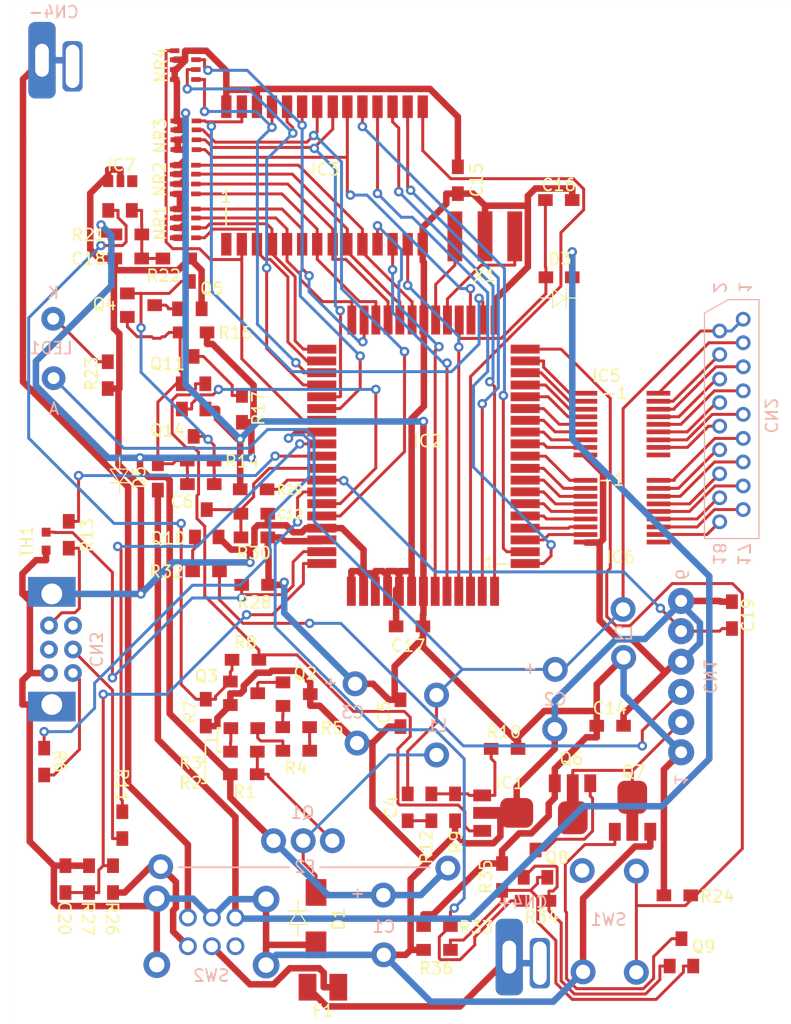
<source format=kicad_pcb>
(kicad_pcb (version 20211014) (generator pcbnew)
  (layers (0 "F.Cu" signal) (31 "B.Cu" signal) (34 "B.Paste" user) (35 "F.Paste" user) (36 "B.SilkS" user "B.Silkscreen") (37 "F.SilkS" user "F.Silkscreen") (38 "B.Mask" user) (39 "F.Mask" user) (44 "Edge.Cuts" user))
  (net 0 "")
  (net 1 "/GND")
  (net 2 "/VCC")
  (net 3 "/P53")
  (net 4 "/P50")
  (net 5 "/D6")
  (net 6 "/D7")
  (net 7 "/IC6.I8")
  (net 8 "/IC6.I7")
  (net 9 "/IC6.I6")
  (net 10 "/IC6.I5")
  (net 11 "/IC6.I4")
  (net 12 "/IC6.I3")
  (net 13 "/IC6.I2")
  (net 14 "/IC6.I1")
  (net 15 "/IC5.I8")
  (net 16 "/IC5.I7")
  (net 17 "/IC5.I6")
  (net 18 "/IC5.I5")
  (net 19 "/IC5.I4")
  (net 20 "/IC5.I3")
  (net 21 "/IC5.I2")
  (net 22 "/IC5.I1")
  (net 23 "/Button")
  (net 24 "/WE")
  (net 25 "/CE1")
  (net 26 "/Reset")
  (net 27 "/XIN")
  (net 28 "/XOUT")
  (net 29 "/A0")
  (net 30 "/A1")
  (net 31 "/A2")
  (net 32 "/A3")
  (net 33 "/A4")
  (net 34 "/A5")
  (net 35 "/A6")
  (net 36 "/A7")
  (net 37 "/A8")
  (net 38 "/A9")
  (net 39 "/A10")
  (net 40 "/A11")
  (net 41 "/A12")
  (net 42 "/P45")
  (net 43 "/P46")
  (net 44 "/P47")
  (net 45 "/P51")
  (net 46 "/P52")
  (net 47 "/OE")
  (net 48 "/P60")
  (net 49 "/P61")
  (net 50 "/D0")
  (net 51 "/D1")
  (net 52 "/D2")
  (net 53 "/D3")
  (net 54 "/D4")
  (net 55 "/D5")
  (net 57 "/IC5.O8")
  (net 58 "/IC5.O7")
  (net 59 "/IC5.O6")
  (net 60 "/IC5.O5")
  (net 61 "/IC5.O4")
  (net 62 "/IC5.O3")
  (net 63 "/IC5.O2")
  (net 64 "/IC5.O1")
  (net 66 "/IC6.O8")
  (net 67 "/IC6.O7")
  (net 68 "/IC6.O6")
  (net 69 "/IC6.O5")
  (net 70 "/IC6.O4")
  (net 71 "/IC6.O3")
  (net 72 "/IC6.O2")
  (net 73 "/IC6.O1")
  (net 74 "/Off.GND")
  (net 75 "/9V-")
  (net 77 "/CN1.P2")
  (net 78 "/CN1.P3")
  (net 79 "/Link.P5")
  (net 80 "/Link.P3")
  (net 81 "/Link.P2")
  (net 86 "/9V+")
  (net 87 "/Route7")
  (net 88 "/Route6")
  (net 89 "/Route20")
  (net 90 "/Route23")
  (net 91 "/Route19")
  (net 92 "/Route24")
  (net 93 "/Route15")
  (net 94 "/Route25")
  (net 95 "/Route27")
  (net 96 "/Route13")
  (net 97 "/Route14")
  (net 98 "/Route12")
  (net 99 "/Route16")
  (net 100 "/9V.F1")
  (net 101 "/9V.Prefuse")
  (net 102 "/Route8")
  (net 103 "/Route21")
  (net 104 "/LED.Cathode")
  (net 105 "/Route9")
  (net 106 "/LED.Anode")
  (net 107 "/Route4")
  (net 108 "/Route5")
  (net 109 "/9V.Postfuse")
  (net 110 "/Route2")
  (net 111 "/Route3")
  (net 112 "/Route1")
  (footprint "Gameboy Printer:Battery Connectors" (layer "F.Cu") (at 144.294 100.482)
    (fp_text reference "J2" hide)
    (fp_text value "Battery Connectors")
  )
  (footprint "Gameboy Printer:Resistor Pack" (layer "F.Cu") (at 135.213 69.522)
    (fp_text reference "NR3")
    (fp_text value "104")
  )
  (footprint "Gameboy Printer:SMD Cap-Res" (layer "F.Cu") (at 140.286 113.838)
    (fp_text reference "R8")
    (fp_text value "472")
  )
  (footprint "Gameboy Printer:8 MHz Crystal" (layer "F.Cu") (at 160.41 78.066)
    (fp_text reference "X1")
    (fp_text value "8 MHz")
  )
  (footprint "Gameboy Printer:SMD Cap-Res" (layer "F.Cu") (at 136.513 97.048)
    (fp_text reference "R14")
    (fp_text value "103")
  )
  (footprint "Gameboy Printer:SMD Cap-Res" (layer "F.Cu") (at 166.69 75.106)
    (fp_text reference "C16")
    (fp_text value "100 nF")
  )
  (footprint "Gameboy Printer:SMD Cap-Res" (layer "F.Cu") (at 139.861 92.661 -90)
    (fp_text reference "R17")
    (fp_text value "102")
  )
  (footprint "Gameboy Printer:Resistor Pack" (layer "F.Cu") (at 135.172 76.946)
    (fp_text reference "NR1")
    (fp_text value "104")
  )
  (footprint "Gameboy Printer:SMD Cap-Res" (layer "F.Cu") (at 176.675 133.686)
    (fp_text reference "R24")
    (fp_text value "103")
  )
  (footprint "Gameboy Printer:SMD Cap-Res" (layer "F.Cu") (at 153.385 118.204 90)
    (fp_text reference "C5")
    (fp_text value "100 nF")
  )
  (footprint "Gameboy Printer:SMD Cap-Res" (layer "F.Cu") (at 162.122 121.345)
    (fp_text reference "R10")
    (fp_text value "1002")
  )
  (footprint "Gameboy Printer:TD62593A" (layer "F.Cu") (at 171.975 93.917)
    (fp_text reference "IC5")
    (fp_text value "TD62593A")
  )
  (footprint "Gameboy Printer:SMD Cap-Res" (layer "F.Cu") (at 125.267 103.268 -90)
    (fp_text reference "R13")
    (fp_text value "102")
  )
  (footprint "Gameboy Printer:SMD Cap-Res" (layer "F.Cu") (at 157.986 126.135 90)
    (fp_text reference "R9")
    (fp_text value "1002")
  )
  (footprint "Gameboy Printer:SMD Cap-Res" (layer "F.Cu") (at 181.147 110.037 -90)
    (fp_text reference "C19")
    (fp_text value "100 nF")
  )
  (footprint "Gameboy Printer:SMD Cap-Res" (layer "F.Cu") (at 140.186 119.599)
    (fp_text reference "R3")
    (fp_text value "240")
  )
  (footprint "Gameboy Printer:SMD Cap-Res" (layer "F.Cu") (at 123.193 122.375 -90)
    (fp_text reference "R6")
    (fp_text value "103" hide)
  )
  (footprint "clipboard:867ee1a9-3078-458d-9784-2b6d66f4ccf8" (layer "F.Cu") (at 144.655 134.9084 -90)
    (fp_text reference "D1Diagram" hide)
    (fp_text value "" hide)
  )
  (footprint "Gameboy Printer:Little Diode" (layer "F.Cu") (at 166.683 81.5025)
    (fp_text reference "D3")
    (fp_text value "DIODE")
  )
  (footprint "Gameboy Printer:SMD Cap-Res" (layer "F.Cu") (at 144.561 119.515)
    (fp_text reference "R5")
    (fp_text value "240")
  )
  (footprint "Gameboy Printer:SOT89 Transistor" (layer "F.Cu") (at 161.563 126.644 -90)
    (fp_text reference "IC1")
    (fp_text value "4A 8D1 - BGA6489")
  )
  (footprint "Gameboy Printer:SMD Cap-Res" (layer "F.Cu") (at 171.016 119.396)
    (fp_text reference "C14")
    (fp_text value "100 nF")
  )
  (footprint "Gameboy Printer:SMD Cap-Res" (layer "F.Cu") (at 136.966 106.383)
    (fp_text reference "R32")
    (fp_text value "103")
  )
  (footprint "Gameboy Printer:Transistor" (layer "F.Cu") (at 140.015 116.594 -90)
    (fp_text reference "Q3")
    (fp_text value "BR - BCW60DR")
  )
  (footprint "Gameboy Printer:SMD Cap-Res" (layer "F.Cu") (at 154.111 111.024)
    (fp_text reference "C17")
    (fp_text value "100 nF")
  )
  (footprint "clipboard:867ee1a9-3078-458d-9784-2b6d66f4ccf8" (layer "F.Cu") (at 129.642 98.8376 90)
    (fp_text reference "D5Diagram" hide)
    (fp_text value "" hide)
  )
  (footprint "Gameboy Printer:SMD Cap-Res" (layer "F.Cu") (at 141.037 103.528)
    (fp_text reference "R30")
    (fp_text value "103")
  )
  (footprint "Gameboy Printer:SMD Cap-Res" (layer "F.Cu") (at 164.727 134.148)
    (fp_text reference "R34")
    (fp_text value "103")
  )
  (footprint "Gameboy Printer:SMD Cap-Res" (layer "F.Cu") (at 128.994 132.278 -90)
    (fp_text reference "R26")
    (fp_text value "1002")
  )
  (footprint "Gameboy Printer:LH5164 SRAM" (layer "F.Cu") (at 146.946 72.945)
    (fp_text reference "IC3")
    (fp_text value "LH5164")
  )
  (footprint "Gameboy Printer:SOT89 Transistor" (layer "F.Cu") (at 167.827 125.534 180)
    (fp_text reference "Q6")
    (fp_text value "BF RD - RT9169")
  )
  (footprint "Gameboy Printer:SMD Cap-Res" (layer "F.Cu") (at 141.032 101.532)
    (fp_text reference "C12")
    (fp_text value "10 nF")
  )
  (footprint "Gameboy Printer:SMD Cap-Res" (layer "F.Cu") (at 136.981 118.162 90)
    (fp_text reference "R7")
    (fp_text value "102")
  )
  (footprint "Gameboy Printer:Transistor" (layer "F.Cu") (at 131.335 83.898 -90)
    (fp_text reference "Q4")
    (fp_text value "FR - 2SA1037")
  )
  (footprint "Gameboy Printer:SMD Cap-Res" (layer "F.Cu") (at 156.427 138.28)
    (fp_text reference "R36")
    (fp_text value "222")
  )
  (footprint "Gameboy Printer:Transistor" (layer "F.Cu") (at 176.995 138.508)
    (fp_text reference "Q9")
    (fp_text value "FR - 2SA1037")
  )
  (footprint "Gameboy Printer:Transistor" (layer "F.Cu") (at 135.858 93.6725 180)
    (fp_text reference "Q14")
    (fp_text value "24 - DTC114ECA")
  )
  (footprint "Gameboy Printer:SMD Cap-Res" (layer "F.Cu") (at 153.993 126.135 90)
    (fp_text reference "C4")
    (fp_text value "10 nF")
  )
  (footprint "Gameboy Printer:Transistor" (layer "F.Cu") (at 164.701 131.035)
    (fp_text reference "Q8")
    (fp_text value "BR - BCW60DR")
  )
  (footprint "Gameboy Printer:TMP87CM40AF" (layer "F.Cu") (at 155.223 96.592)
    (fp_text reference "IC2")
    (fp_text value "TMP87CM40AF")
  )
  (footprint "Gameboy Printer:SMD Cap-Res" (layer "F.Cu") (at 129.779 127.732 -90)
    (fp_text reference "R11")
    (fp_text value "103")
  )
  (footprint "Gameboy Printer:SMD Cap-Res" (layer "F.Cu") (at 130.421 78.002)
    (fp_text reference "R21")
    (fp_text value "103")
  )
  (footprint "Gameboy Printer:SMD Cap-Res" (layer "F.Cu") (at 144.57 121.501)
    (fp_text reference "R4")
    (fp_text value "240")
  )
  (footprint "Gameboy Printer:Transistor" (layer "F.Cu") (at 135.571 83.1355)
    (fp_text reference "Q5")
    (fp_text value "24 - DTC114ECA")
  )
  (footprint "Gameboy Printer:SMD Cap-Res" (layer "F.Cu") (at 155.989 126.135 90)
    (fp_text reference "R12")
    (fp_text value "472")
  )
  (footprint "Gameboy Printer:SMD Cap-Res" (layer "F.Cu") (at 140.973 99.476)
    (fp_text reference "R29")
    (fp_text value "103")
  )
  (footprint "Gameboy Printer:SMD Cap-Res" (layer "F.Cu") (at 130.411 80.027)
    (fp_text reference "C18")
    (fp_text value "100 nF")
  )
  (footprint "Gameboy Printer:SMD Cap-Res" (layer "F.Cu") (at 124.985 132.278 -90)
    (fp_text reference "C20")
    (fp_text value "10 nF")
  )
  (footprint "Gameboy Printer:Transistor" (layer "F.Cu") (at 144.445 116.668 -90)
    (fp_text reference "Q2")
    (fp_text value "FR - 2SA1037")
  )
  (footprint "Gameboy Printer:SMD Cap-Res" (layer "F.Cu") (at 140.142 123.482)
    (fp_text reference "R1")
    (fp_text value "221")
  )
  (footprint "Gameboy Printer:SMD Cap-Res" (layer "F.Cu") (at 135.918 86.256)
    (fp_text reference "R16")
    (fp_text value "103")
  )
  (footprint "Gameboy Printer:D1 Diode" (layer "F.Cu") (at 146.142 135.595)
    (fp_text reference "D1")
    (fp_text value "S3 8A")
  )
  (footprint "Gameboy Printer:SMD Cap-Res" (layer "F.Cu") (at 156.426 136.262)
    (fp_text reference "R33")
    (fp_text value "103")
  )
  (footprint "Gameboy Printer:TD62593A" (layer "F.Cu") (at 171.9865 101.2555)
    (fp_text reference "IC6")
    (fp_text value "TD62593A")
  )
  (footprint "Gameboy Printer:SMD Cap-Res" (layer "F.Cu") (at 136.526 99.04)
    (fp_text reference "C6")
    (fp_text value "100 nF")
  )
  (footprint "Gameboy Printer:SMD Cap-Res" (layer "F.Cu") (at 126.973 132.28 -90)
    (fp_text reference "R27")
    (fp_text value "102")
  )
  (footprint "Gameboy Printer:Resistor Pack" (layer "F.Cu") (at 135.169 73.252)
    (fp_text reference "NR2")
    (fp_text value "104")
  )
  (footprint "Gameboy Printer:SMD Cap-Res" (layer "F.Cu") (at 158.052 73.397 -90)
    (fp_text reference "C15")
    (fp_text value "100 nF")
  )
  (footprint "Gameboy Printer:SMD Cap-Res" (layer "F.Cu") (at 161.946 132.002 90)
    (fp_text reference "R35")
    (fp_text value "222")
  )
  (footprint "Gameboy Printer:F1 Fuse" (layer "F.Cu") (at 146.7865 141.392)
    (fp_text reference "F1")
    (fp_text value "FN")
  )
  (footprint "Gameboy Printer:SMD Cap-Res" (layer "F.Cu") (at 140.157 121.579)
    (fp_text reference "R2")
    (fp_text value "240")
  )
  (footprint "Gameboy Printer:SOT89 Transistor" (layer "F.Cu") (at 172.827 126.866)
    (fp_text reference "Q7")
    (fp_text value "CF RD - 2SC3650")
  )
  (footprint "Gameboy Printer:Little Diode" (layer "F.Cu") (at 132.885 98.365 -90)
    (fp_text reference "D5")
    (fp_text value "DIODE")
  )
  (footprint "clipboard:867ee1a9-3078-458d-9784-2b6d66f4ccf8" (layer "F.Cu") (at 167.2766 83.275 180)
    (fp_text reference "D3Diagram" hide)
    (fp_text value "" hide)
  )
  (footprint "Gameboy Printer:Transistor" (layer "F.Cu") (at 136.996 102.358)
    (fp_text reference "Q10")
    (fp_text value "BR - BCW60DR")
  )
  (footprint "Gameboy Printer:Resistor Pack" (layer "F.Cu") (at 135.169 63.61)
    (fp_text reference "NR4")
    (fp_text value "104")
  )
  (footprint "Gameboy Printer:SMD Cap-Res" (layer "F.Cu") (at 141.099 107.526)
    (fp_text reference "R28")
    (fp_text value "1002")
  )
  (footprint "Gameboy Printer:SOT23-5 Transistor" (layer "F.Cu") (at 129.7325 74.6475)
    (fp_text reference "IC7")
    (fp_text value "458F - FMMT458TA SOT23-5")
  )
  (footprint "Gameboy Printer:Transistor" (layer "F.Cu") (at 135.885 89.4485)
    (fp_text reference "Q11")
    (fp_text value "BR - BCW60DR")
  )
  (footprint "Gameboy Printer:SMD Cap-Res" (layer "F.Cu") (at 134.46 80.029)
    (fp_text reference "R22")
    (fp_text value "104")
  )
  (footprint "Gameboy Printer:TH1 Thermistor" (layer "F.Cu") (at 123.449 103.752)
    (fp_text reference "TH1")
    (fp_text value "Thermistor_US")
  )
  (footprint "Gameboy Printer:SMD Cap-Res" (layer "F.Cu") (at 128.724 89.725 90)
    (fp_text reference "R23")
    (fp_text value "431")
  )
  (footprint "MountingHole:MountingHole_3.7mm" (layer "B.Cu") (at 123.828 70.55 180)
    (fp_text reference "Hole4" hide)
    (fp_text value "MountingHole_3.7mm")
  )
  (footprint "MountingHole:MountingHole_3.7mm" (layer "B.Cu") (at 123.95 138.765 180)
    (fp_text reference "Hole6" hide)
    (fp_text value "MountingHole_3.7mm")
  )
  (footprint "MountingHole:MountingHole_2.2mm_M2_ISO7380" (layer "B.Cu") (at 177.86 128.756 180)
    (fp_text reference "Hole7" hide)
    (fp_text value "MountingHole_2.2mm_M2_ISO7380")
  )
  (footprint "Gameboy Printer:L1 Inductor" (layer "B.Cu") (at 156.34 119.316 180)
    (fp_text reference "L1")
    (fp_text value "560K 56uH")
  )
  (footprint "MountingHole:MountingHole_2.2mm_M2_ISO7380" (layer "B.Cu") (at 176.349 63.395 180)
    (fp_text reference "Hole1" hide)
    (fp_text value "MountingHole_2.2mm_M2_ISO7380")
  )
  (footprint "Gameboy Printer:Slide Switch" (layer "B.Cu") (at 137.41 136.703 180)
    (fp_text reference "SW2")
    (fp_text value "SW_DPDT_x2")
  )
  (footprint "MountingHole:MountingHole_2.2mm_M2" (layer "B.Cu") (at 173.374 88.84 180)
    (fp_text reference "Hole8" hide)
    (fp_text value "MountingHole_2.2mm_M2")
  )
  (footprint "MountingHole:MountingHole_3.7mm" (layer "B.Cu") (at 177.793 70.57 180)
    (fp_text reference "Hole2" hide)
    (fp_text value "MountingHole_3.7mm")
  )
  (footprint "Gameboy Printer:F2 Thermal Fuse" (layer "B.Cu") (at 145.11 131.263 180)
    (fp_text reference "F2")
    (fp_text value "102C Thermal Fuse")
  )
  (footprint "Gameboy Printer:C2 1000 uF Cap" (layer "B.Cu") (at 166.368 117.076 180)
    (fp_text reference "C2")
    (fp_text value "1000 uF 6.3v")
  )
  (footprint "Gameboy Printer:Printer Motor Connector" (layer "B.Cu") (at 176.95 115.124 180)
    (fp_text reference "CN1")
    (fp_text value "Print Motor")
  )
  (footprint "Gameboy Printer:B1326" (layer "B.Cu") (at 145.059 129.079 180)
    (fp_text reference "Q1")
    (fp_text value "B1326")
  )
  (footprint "Gameboy Printer:C3 220 uF Cap" (layer "B.Cu") (at 149.601 118.235 180)
    (fp_text reference "C3")
    (fp_text value "220 uF 6.3v")
  )
  (footprint "Gameboy Printer:Feed Button" (layer "B.Cu") (at 170.918 135.746 180)
    (fp_text reference "SW1")
    (fp_text value "SW_MEC_5E")
  )
  (footprint "MountingHole:MountingHole_2.2mm_M2_ISO7380" (layer "B.Cu") (at 123.801 77.549 180)
    (fp_text reference "Hole5" hide)
    (fp_text value "MountingHole_2.2mm_M2_ISO7380")
  )
  (footprint "Gameboy Printer:L2 Inductor" (layer "B.Cu") (at 172.067 111.509 180)
    (fp_text reference "L2")
    (fp_text value "330K 33uH")
  )
  (footprint "MountingHole:MountingHole_2.2mm_M2" (layer "B.Cu") (at 129.237 63.32 180)
    (fp_text reference "Hole3" hide)
    (fp_text value "MountingHole_2.2mm_M2")
  )
  (footprint "Gameboy Printer:LED" (layer "B.Cu") (at 124 87.525 180)
    (fp_text reference "LED1")
    (fp_text value "LED")
  )
  (footprint "Gameboy Printer:C1 1000 uF Cap" (layer "B.Cu") (at 151.858 136.235 180)
    (fp_text reference "C1")
    (fp_text value "1000 uF 16v")
  )
  (footprint "Gameboy Printer:Printer Head Connector" (layer "B.Cu") (at 181.123 93.551 180)
    (fp_text reference "CN2")
    (fp_text value "GB Printer Print Head")
  )
  (footprint "Gameboy Printer:Gameboy Link Port" (layer "B.Cu") (at 123.686 112.839 180)
    (fp_text reference "CN3")
    (fp_text value "Gameboy Link Port")
  )
  (gr_line (start 178.915 103.543) (end 178.915 84.543) (layer "B.SilkS") (width 0.1))
  (gr_line (start 178.915 84.543) (end 180.91 83.412) (layer "B.SilkS") (width 0.1))
  (gr_line (start 146.542 131.239) (end 155.772 131.239) (layer "B.SilkS") (width 0.15))
  (gr_line (start 183.51 103.543) (end 178.915 103.543) (layer "B.SilkS") (width 0.1))
  (gr_line (start 180.91 83.412) (end 183.51 83.412) (layer "B.SilkS") (width 0.1))
  (gr_line (start 183.51 83.412) (end 183.51 103.543) (layer "B.SilkS") (width 0.1))
  (gr_line (start 134.638 131.239) (end 143.91 131.239) (layer "B.SilkS") (width 0.15))
  (gr_line (start 136.868 120.514) (end 137.872 120.514) (layer "F.SilkS") (width 0.15))
  (gr_line (start 136.556 124.157) (end 136.864 124.157) (layer "F.SilkS") (width 0.15))
  (gr_line (start 137.884 119.493) (end 138.23 119.493) (layer "F.SilkS") (width 0.15))
  (gr_line (start 138.23 121.511) (end 137.884 121.511) (layer "F.SilkS") (width 0.15))
  (gr_line (start 136.561 122.347) (end 136.869 122.347) (layer "F.SilkS") (width 0.15))
  (gr_line (start 137.884 121.511) (end 137.884 119.493) (layer "F.SilkS") (width 0.15))
  (gr_line (start 136.864 124.157) (end 136.868 120.514) (layer "F.SilkS") (width 0.15))
  (gr_line (start 186.2294 144.4666) (end 120.5294 144.4666) (layer "Edge.Cuts") (width 0.002))
  (gr_line (start 186.2294 58.1666) (end 186.2294 144.4666) (layer "Edge.Cuts") (width 0.002))
  (gr_line (start 120.5294 144.4666) (end 120.5294 58.1666) (layer "Edge.Cuts") (width 0.002))
  (gr_line (start 120.5294 58.1666) (end 186.2294 58.1666) (layer "Edge.Cuts") (width 0.002))
  (gr_text "+" (at 147.421 115.635) (layer "B.SilkS") (effects (font (size 1 1)) (justify mirror)))
  (gr_text "A" (at 124.102 92.61) (layer "B.SilkS") (effects (font (size 1 1)) (justify mirror)))
  (gr_text "+" (at 149.697 133.403) (layer "B.SilkS") (effects (font (size 1 1)) (justify mirror)))
  (gr_text "1" (at 182.316 82.36 -90) (layer "B.SilkS") (effects (font (size 1 1)) (justify mirror)))
  (gr_text "CN4-" (at 124.081 59.182) (layer "B.SilkS") (effects (font (size 1 1)) (justify mirror)))
  (gr_text "17" (at 182.214 104.88 -90) (layer "B.SilkS") (effects (font (size 1 1)) (justify mirror)))
  (gr_text "K" (at 124.039 82.836) (layer "B.SilkS") (effects (font (size 1 1)) (justify mirror)))
  (gr_text "1" (at 176.922 123.852 -90) (layer "B.SilkS") (effects (font (size 1 1)) (justify mirror)))
  (gr_text "2" (at 180.186 82.402 -90) (layer "B.SilkS") (effects (font (size 1 1)) (justify mirror)))
  (gr_text "18" (at 180.153 104.824 -90) (layer "B.SilkS") (effects (font (size 1 1)) (justify mirror)))
  (gr_text "+" (at 164.228 114.436) (layer "B.SilkS") (effects (font (size 1 1)) (justify mirror)))
  (gr_text "CN4+" (at 163.587 134.187) (layer "B.SilkS") (effects (font (size 1 1)) (justify mirror)))
  (gr_text "6" (at 177.006 106.56 -90) (layer "B.SilkS") (effects (font (size 1 1)) (justify mirror)))
  (gr_text "1-" (at 161.403 105.594) (layer "F.SilkS") (effects (font (size 1 1))))
  (gr_text "-1" (at 171.368 91.276) (layer "F.SilkS") (effects (font (size 1 1))))
  (gr_text "1\n|" (at 138.608 75.523) (layer "F.SilkS") (effects (font (size 1 1))))
  (gr_text "-1" (at 171.065 98.581) (layer "F.SilkS") (effects (font (size 1 1))))
  (segment (start 173.0553 129.487) (end 174.3301 129.487) (width 0.55) (layer "F.Cu") (net 1))
  (segment (start 140.9949 104.1491) (end 140.9949 102.7023) (width 0.55) (layer "F.Cu") (net 1))
  (segment (start 158.137 74.481) (end 159.4111 74.481) (width 0.55) (layer "F.Cu") (net 1))
  (segment (start 149.163 107.985) (end 149.163 106.2849) (width 0.55) (layer "F.Cu") (net 1))
  (segment (start 129.233 80.9171) (end 129.2477 80.9318) (width 0.55) (layer "F.Cu") (net 1))
  (segment (start 164.0321 80.6598) (end 161.265 83.4269) (width 0.55) (layer "F.Cu") (net 1))
  (segment (start 157.9516 128.4537) (end 157.901 128.4031) (width 0.55) (layer "F.Cu") (net 1))
  (segment (start 167.774 74.0459) (end 164.6664 74.0459) (width 0.55) (layer "F.Cu") (net 1))
  (segment (start 122.0625 117.521) (end 121.4469 117.521) (width 0.55) (layer "F.Cu") (net 1))
  (segment (start 155.175 79.4555) (end 155.175 78.743) (width 0.55) (layer "F.Cu") (net 1))
  (segment (start 153.3 119.382) (end 152.3249 119.382) (width 0.55) (layer "F.Cu") (net 1))
  (segment (start 172.1 119.311) (end 172.1 118.3359) (width 0.55) (layer "F.Cu") (net 1))
  (segment (start 150.9369 126.1812) (end 155.5805 130.8248) (width 0.55) (layer "F.Cu") (net 1))
  (segment (start 166.3003 121.2627) (end 163.093 124.47) (width 0.55) (layer "F.Cu") (net 1))
  (segment (start 157.901 127.313) (end 157.901 128.2155) (width 0.55) (layer "F.Cu") (net 1))
  (segment (start 164.0321 75.4959) (end 164.0321 80.6598) (width 0.55) (layer "F.Cu") (net 1))
  (segment (start 129.5373 97.3168) (end 131.4316 99.2111) (width 0.55) (layer "F.Cu") (net 1))
  (segment (start 140.0978 115.9472) (end 141.2017 114.8433) (width 0.55) (layer "F.Cu") (net 1))
  (segment (start 124.0949 131.1) (end 124.0949 134.1984) (width 0.55) (layer "F.Cu") (net 1))
  (segment (start 153.7426 138.6113) (end 154.1589 138.195) (width 0.55) (layer "F.Cu") (net 1))
  (segment (start 140.6754 104.4686) (end 140.9949 104.1491) (width 0.55) (layer "F.Cu") (net 1))
  (segment (start 141.2017 114.8433) (end 142.2987 114.8433) (width 0.55) (layer "F.Cu") (net 1))
  (segment (start 164.6664 74.0459) (end 164.0321 74.6802) (width 0.55) (layer "F.Cu") (net 1))
  (segment (start 155.271 80.2641) (end 155.175 80.1681) (width 0.55) (layer "F.Cu") (net 1))
  (segment (start 129.233 79.942) (end 128.1429 79.942) (width 0.55) (layer "F.Cu") (net 1))
  (segment (start 151.185 106.638) (end 151.185 106.2839) (width 0.55) (layer "F.Cu") (net 1))
  (segment (start 157.1619 75.331) (end 157.1619 74.481) (width 0.55) (layer "F.Cu") (net 1))
  (segment (start 129.2477 80.9318) (end 134.5562 80.9318) (width 0.55) (layer "F.Cu") (net 1))
  (segment (start 160.677 126.653) (end 161.7201 126.653) (width 0.55) (layer "F.Cu") (net 1))
  (segment (start 151.185 107.984) (end 151.185 107.1339) (width 0.55) (layer "F.Cu") (net 1))
  (segment (start 172.8135 112.0328) (end 175.6083 114.8276) (width 0.55) (layer "F.Cu") (net 1))
  (segment (start 176.5149 113.921) (end 175.6083 114.8276) (width 0.55) (layer "F.Cu") (net 1))
  (segment (start 163.093 124.47) (end 163.093 126.65) (width 0.55) (layer "F.Cu") (net 1))
  (segment (start 163.093 126.65) (end 162.4051 126.65) (width 0.55) (layer "F.Cu") (net 1))
  (segment (start 150.194 107.985) (end 150.194 107.1349) (width 0.55) (layer "F.Cu") (net 1))
  (segment (start 149.641 120.77) (end 150.9369 120.77) (width 0.55) (layer "F.Cu") (net 1))
  (segment (start 176.949 113.921) (end 176.5149 113.921) (width 0.55) (layer "F.Cu") (net 1))
  (segment (start 170.0826 103.8767) (end 170.0826 110.4327) (width 0.55) (layer "F.Cu") (net 1))
  (segment (start 161.7201 126.653) (end 161.7201 128.6233) (width 0.55) (layer "F.Cu") (net 1))
  (segment (start 155.175 77.3179) (end 157.1619 75.331) (width 0.55) (layer "F.Cu") (net 1))
  (segment (start 154.241 106.2839) (end 154.241 93.4287) (width 0.55) (layer "F.Cu") (net 1))
  (segment (start 168.688 133.8543) (end 173.0553 129.487) (width 0.55) (layer "F.Cu") (net 1))
  (segment (start 129.6141 90.903) (end 129.6141 86.2974) (width 0.55) (layer "F.Cu") (net 1))
  (segment (start 123.922 108.205) (end 121.4732 108.205) (width 0.55) (layer "F.Cu") (net 1))
  (segment (start 136.896 119.34) (end 137.8711 119.34) (width 0.55) (layer "F.Cu") (net 1))
  (segment (start 150.194 107.1349) (end 150.194 106.7098) (width 0.55) (layer "F.Cu") (net 1))
  (segment (start 155.271 85.128) (end 155.271 86.8281) (width 0.55) (layer "F.Cu") (net 1))
  (segment (start 128.639 90.903) (end 129.5373 90.903) (width 0.55) (layer "F.Cu") (net 1))
  (segment (start 146.672 102.663) (end 148.3721 102.663) (width 0.55) (layer "F.Cu") (net 1))
  (segment (start 138.968 116.5919) (end 139.8212 116.5919) (width 0.55) (layer "F.Cu") (net 1))
  (segment (start 141.9771 133.9221) (end 141.976 133.921) (width 0.55) (layer "F.Cu") (net 1))
  (segment (start 129.7045 72.4514) (end 128.6755 72.4514) (width 0.55) (layer "F.Cu") (net 1))
  (segment (start 161.7201 126.653) (end 162.4021 126.653) (width 0.55) (layer "F.Cu") (net 1))
  (segment (start 170.0826 103.8767) (end 168.9357 103.8767) (width 0.55) (layer "F.Cu") (net 1))
  (segment (start 154.1578 132.2475) (end 154.1578 138.1939) (width 0.55) (layer "F.Cu") (net 1))
  (segment (start 154.241 106.2839) (end 153.212 106.2839) (width 0.55) (layer "F.Cu") (net 1))
  (segment (start 153.212 106.6007) (end 152.8922 106.2809) (width 0.55) (layer "F.Cu") (net 1))
  (segment (start 144.9929 103.0099) (end 145.3398 102.663) (width 0.55) (layer "F.Cu") (net 1))
  (segment (start 155.249 138.195) (end 154.1589 138.195) (width 0.55) (layer "F.Cu") (net 1))
  (segment (start 131.4316 99.2111) (end 131.4316 108.205) (width 0.55) (layer "F.Cu") (net 1))
  (segment (start 123.441 104.51) (end 123.441 105.3601) (width 0.55) (layer "F.Cu") (net 1))
  (segment (start 128.6755 72.9389) (end 128.6755 72.4514) (width 0.55) (layer "F.Cu") (net 1))
  (segment (start 145.3398 102.663) (end 146.672 102.663) (width 0.55) (layer "F.Cu") (net 1))
  (segment (start 151.0169 106.4699) (end 150.194 106.4699) (width 0.55) (layer "F.Cu") (net 1))
  (segment (start 153.212 106.6007) (end 153.212 106.2839) (width 0.55) (layer "F.Cu") (net 1))
  (segment (start 127.1622 74.4522) (end 127.1622 79.1883) (width 0.55) (layer "F.Cu") (net 1))
  (segment (start 129.1542 85.8375) (end 129.1542 80.9959) (width 0.55) (layer "F.Cu") (net 1))
  (segment (start 121.4469 108.205) (end 121.4469 106.5041) (width 0.55) (layer "F.Cu") (net 1))
  (segment (start 161.265 85.127) (end 161.265 83.4269) (width 0.55) (layer "F.Cu") (net 1))
  (segment (start 142.116 102.4221) (end 143.6802 102.4221) (width 0.55) (layer "F.Cu") (net 1))
  (segment (start 170.1041 103.8767) (end 170.0826 103.8767) (width 0.55) (layer "F.Cu") (net 1))
  (segment (start 158.7105 129.2126) (end 157.9516 128.4537) (width 0.55) (layer "F.Cu") (net 1))
  (segment (start 171.6827 112.0328) (end 172.8135 112.0328) (width 0.55) (layer "F.Cu") (net 1))
  (segment (start 170.3737 98.0299) (end 170.3737 103.6071) (width 0.55) (layer "F.Cu") (net 1))
  (segment (start 150.194 106.7098) (end 150.194 106.4699) (width 0.55) (layer "F.Cu") (net 1))
  (segment (start 122.0764 108.8082) (end 121.4732 108.205) (width 0.55) (layer "F.Cu") (net 1))
  (segment (start 142.116 101.447) (end 142.116 102.4221) (width 0.55) (layer "F.Cu") (net 1))
  (segment (start 175.6083 114.8276) (end 172.1 118.3359) (width 0.55) (layer "F.Cu") (net 1))
  (segment (start 161.7201 128.6233) (end 161.1308 129.2126) (width 0.55) (layer "F.Cu") (net 1))
  (segment (start 155.271 92.3987) (end 155.271 86.8281) (width 0.55) (layer "F.Cu") (net 1))
  (segment (start 157.9516 128.4537) (end 155.5805 130.8248) (width 0.55) (layer "F.Cu") (net 1))
  (segment (start 170.0826 110.4327) (end 171.6827 112.0328) (width 0.55) (layer "F.Cu") (net 1))
  (segment (start 151.8234 106.2839) (end 151.185 106.2839) (width 0.55) (layer "F.Cu") (net 1))
  (segment (start 143.6802 102.4221) (end 144.268 103.0099) (width 0.55) (layer "F.Cu") (net 1))
  (segment (start 168.882 96.5382) (end 168.882 96.496) (width 0.3998) (layer "F.Cu") (net 1))
  (segment (start 126.0471 131.102) (end 126.0451 131.1) (width 0.55) (layer "F.Cu") (net 1))
  (segment (start 176.946 108.795) (end 180.1929 108.795) (width 0.55) (layer "F.Cu") (net 1))
  (segment (start 121.4732 108.205) (end 121.4469 108.205) (width 0.55) (layer "F.Cu") (net 1))
  (segment (start 164.0321 75.4959) (end 160.426 75.4959) (width 0.55) (layer "F.Cu") (net 1))
  (segment (start 167.774 75.021) (end 167.774 74.0459) (width 0.55) (layer "F.Cu") (net 1))
  (segment (start 160.426 78.071) (end 160.426 75.4959) (width 0.55) (layer "F.Cu") (net 1))
  (segment (start 164.0321 74.6802) (end 164.0321 75.4959) (width 0.55) (layer "F.Cu") (net 1))
  (segment (start 154.1578 138.1939) (end 154.1589 138.195) (width 0.55) (layer "F.Cu") (net 1))
  (segment (start 146.4941 117.6231) (end 149.641 120.77) (width 0.55) (layer "F.Cu") (net 1))
  (segment (start 129.1542 80.9959) (end 129.233 80.9171) (width 0.55) (layer "F.Cu") (net 1))
  (segment (start 122.0764 114.874) (end 123.685 114.874) (width 0.55) (layer "F.Cu") (net 1))
  (segment (start 129.5373 90.903) (end 129.5373 97.3168) (width 0.55) (layer "F.Cu") (net 1))
  (segment (start 145.701 116.648) (end 145.701 117.6231) (width 0.55) (layer "F.Cu") (net 1))
  (segment (start 155.175 79.4555) (end 155.175 80.1681) (width 0.55) (layer "F.Cu") (net 1))
  (segment (start 137.8711 118.6639) (end 138.968 117.567) (width 0.55) (layer "F.Cu") (net 1))
  (segment (start 121.4469 115.5035) (end 122.0764 114.874) (width 0.55) (layer "F.Cu") (net 1))
  (segment (start 146.182 137.769) (end 144.8319 137.769) (width 0.55) (layer "F.Cu") (net 1))
  (segment (start 154.241 107.1339) (end 154.241 106.2839) (width 0.55) (layer "F.Cu") (net 1))
  (segment (start 153.212 107.5589) (end 152.933 107.8379) (width 0.55) (layer "F.Cu") (net 1))
  (segment (start 157.901 128.4031) (end 157.901 128.2155) (width 0.55) (layer "F.Cu") (net 1))
  (segment (start 125.07 131.1) (end 126.0451 131.1) (width 0.55) (layer "F.Cu") (net 1))
  (segment (start 168.688 140.043) (end 168.688 133.8543) (width 0.55) (layer "F.Cu") (net 1))
  (segment (start 140.0978 116.3153) (end 140.0978 115.9472) (width 0.55) (layer "F.Cu") (net 1))
  (segment (start 168.9357 103.8767) (end 168.8935 103.8345) (width 0.3998) (layer "F.Cu") (net 1))
  (segment (start 129.7065 73.4285) (end 129.7065 72.4534) (width 0.55) (layer "F.Cu") (net 1))
  (segment (start 150.194 104.4849) (end 148.3721 102.663) (width 0.55) (layer "F.Cu") (net 1))
  (segment (start 124.0949 134.1984) (end 124.4009 134.5044) (width 0.55) (layer "F.Cu") (net 1))
  (segment (start 180.1929 108.795) (end 180.2569 108.859) (width 0.55) (layer "F.Cu") (net 1))
  (segment (start 174.3301 129.487) (end 174.351 129.4661) (width 0.55) (layer "F.Cu") (net 1))
  (segment (start 151.185 106.638) (end 151.0169 106.4699) (width 0.55) (layer "F.Cu") (net 1))
  (segment (start 142.4602 114.6818) (end 144.7099 114.6818) (width 0.55) (layer "F.Cu") (net 1))
  (segment (start 134.5562 80.9318) (end 135.544 79.944) (width 0.55) (layer "F.Cu") (net 1))
  (segment (start 129.5373 90.903) (end 129.6141 90.903) (width 0.55) (layer "F.Cu") (net 1))
  (segment (start 149.7691 106.2849) (end 149.163 106.2849) (width 0.55) (layer "F.Cu") (net 1))
  (segment (start 166.3003 119.6024) (end 166.3003 121.2627) (width 0.55) (layer "F.Cu") (net 1))
  (segment (start 150.194 106.4699) (end 150.194 104.4849) (width 0.55) (layer "F.Cu") (net 1))
  (segment (start 152.216 107.981) (end 152.216 107.1309) (width 0.55) (layer "F.Cu") (net 1))
  (segment (start 157.6495 74.481) (end 158.137 74.481) (width 0.55) (layer "F.Cu") (net 1))
  (segment (start 128.6755 72.9389) (end 127.1622 74.4522) (width 0.55) (layer "F.Cu") (net 1))
  (segment (start 121.4469 117.521) (end 121.4469 115.5035) (width 0.55) (layer "F.Cu") (net 1))
  (segment (start 140.6194 105.5492) (end 140.6194 104.4686) (width 0.55) (layer "F.Cu") (net 1))
  (segment (start 142.2987 114.8433) (end 142.4602 114.6818) (width 0.55) (layer "F.Cu") (net 1))
  (segment (start 129.7065 72.4534) (end 129.7045 72.4514) (width 0.55) (layer "F.Cu") (net 1))
  (segment (start 155.271 85.128) (end 155.271 80.2641) (width 0.55) (layer "F.Cu") (net 1))
  (segment (start 125.07 131.1) (end 124.2825 131.1) (width 0.55) (layer "F.Cu") (net 1))
  (segment (start 136.544 80.944) (end 135.544 79.944) (width 0.55) (layer "F.Cu") (net 1))
  (segment (start 136.544 84.1825) (end 136.544 80.944) (width 0.55) (layer "F.Cu") (net 1))
  (segment (start 127.9159 79.942) (end 128.1429 79.942) (width 0.55) (layer "F.Cu") (net 1))
  (segment (start 129.6141 86.2974) (end 129.1542 85.8375) (width 0.55) (layer "F.Cu") (net 1))
  (segment (start 141.2751 102.4221) (end 142.116 102.4221) (width 0.55) (layer "F.Cu") (net 1))
  (segment (start 152.216 107.1309) (end 152.216 106.6765) (width 0.55) (layer "F.Cu") (net 1))
  (segment (start 122.0764 114.874) (end 122.0764 108.8082) (width 0.55) (layer "F.Cu") (net 1))
  (segment (start 152.8922 106.2809) (end 152.216 106.2809) (width 0.55) (layer "F.Cu") (net 1))
  (segment (start 181.232 108.859) (end 180.2569 108.859) (width 0.55) (layer "F.Cu") (net 1))
  (segment (start 145.701 116.648) (end 145.701 115.6729) (width 0.55) (layer "F.Cu") (net 1))
  (segment (start 139.0326 104.4686) (end 140.6194 104.4686) (width 0.55) (layer "F.Cu") (net 1))
  (segment (start 144.268 103.0099) (end 144.9929 103.0099) (width 0.55) (layer "F.Cu") (net 1))
  (segment (start 123.922 117.521) (end 122.0625 117.521) (width 0.55) (layer "F.Cu") (net 1))
  (segment (start 153.212 107.1339) (end 153.212 106.6007) (width 0.55) (layer "F.Cu") (net 1))
  (segment (start 137.969 103.405) (end 139.0326 104.4686) (width 0.55) (layer "F.Cu") (net 1))
  (segment (start 154.241 93.4287) (end 155.271 92.3987) (width 0.55) (layer "F.Cu") (net 1))
  (segment (start 150.194 106.7098) (end 149.7691 106.2849) (width 0.55) (layer "F.Cu") (net 1))
  (segment (start 127.1622 79.1883) (end 127.9159 79.942) (width 0.55) (layer "F.Cu") (net 1))
  (segment (start 157.6495 74.481) (end 157.1619 74.481) (width 0.55) (layer "F.Cu") (net 1))
  (segment (start 128.6755 73.4265) (end 128.6755 72.9389) (width 0.55) (layer "F.Cu") (net 1))
  (segment (start 138.968 117.567) (end 138.968 116.5919) (width 0.55) (layer "F.Cu") (net 1))
  (segment (start 153.212 107.5589) (end 153.212 107.1339) (width 0.55) (layer "F.Cu") (net 1))
  (segment (start 141.9771 137.769) (end 141.9771 133.9221) (width 0.55) (layer "F.Cu") (net 1))
  (segment (start 132.768 139.44) (end 132.768 133.879) (width 0.55) (layer "F.Cu") (net 1))
  (segment (start 168.882 96.5382) (end 170.3737 98.0299) (width 0.55) (layer "F.Cu") (net 1))
  (segment (start 170.3737 103.6071) (end 170.1041 103.8767) (width 0.55) (layer "F.Cu") (net 1))
  (segment (start 141.9771 137.769) (end 144.8319 137.769) (width 0.55) (layer "F.Cu") (net 1))
  (segment (start 161.1308 129.2126) (end 158.7105 129.2126) (width 0.55) (layer "F.Cu") (net 1))
  (segment (start 152.933 107.8379) (end 152.933 110.939) (width 0.55) (layer "F.Cu") (net 1))
  (segment (start 122.0625 117.521) (end 122.0625 129.0676) (width 0.55) (layer "F.Cu") (net 1))
  (segment (start 152.216 106.6765) (end 152.216 106.2809) (width 0.55) (layer "F.Cu") (net 1))
  (segment (start 159.4111 74.481) (end 160.426 75.4959) (width 0.55) (layer "F.Cu") (net 1))
  (segment (start 174.351 128.241) (end 174.351 129.4661) (width 0.55) (layer "F.Cu") (net 1))
  (segment (start 144.7099 114.6818) (end 145.701 115.6729) (width 0.55) (layer "F.Cu") (net 1))
  (segment (start 139.8212 116.5919) (end 140.0978 116.3153) (width 0.55) (layer "F.Cu") (net 1))
  (segment (start 162.4051 126.65) (end 162.4021 126.653) (width 0.55) (layer "F.Cu") (net 1))
  (segment (start 129.233 79.942) (end 129.233 80.9171) (width 0.55) (layer "F.Cu") (net 1))
  (segment (start 152.216 106.6765) (end 151.8234 106.2839) (width 0.55) (layer "F.Cu") (net 1))
  (segment (start 154.241 107.984) (end 154.241 107.1339) (width 0.55) (layer "F.Cu") (net 1))
  (segment (start 145.701 117.6231) (end 146.4941 117.6231) (width 0.55) (layer "F.Cu") (net 1))
  (segment (start 121.4469 106.5041) (end 122.5909 105.3601) (width 0.55) (layer "F.Cu") (net 1))
  (segment (start 151.185 107.1339) (end 151.185 106.638) (width 0.55) (layer "F.Cu") (net 1))
  (segment (start 124.2825 131.1) (end 124.0949 131.1) (width 0.55) (layer "F.Cu") (net 1))
  (segment (start 132.1426 134.5044) (end 132.768 133.879) (width 0.55) (layer "F.Cu") (net 1))
  (segment (start 153.212 107.984) (end 153.212 107.5589) (width 0.55) (layer "F.Cu") (net 1))
  (segment (start 140.9949 102.7023) (end 141.2751 102.4221) (width 0.55) (layer "F.Cu") (net 1))
  (segment (start 150.9369 120.77) (end 150.9369 126.1812) (width 0.55) (layer "F.Cu") (net 1))
  (segment (start 155.175 78.743) (end 155.175 77.3179) (width 0.55) (layer "F.Cu") (net 1))
  (segment (start 124.4009 134.5044) (end 132.1426 134.5044) (width 0.55) (layer "F.Cu") (net 1))
  (segment (start 155.5805 130.8248) (end 154.1578 132.2475) (width 0.55) (layer "F.Cu") (net 1))
  (segment (start 122.0625 129.0676) (end 124.0949 131.1) (width 0.55) (layer "F.Cu") (net 1))
  (segment (start 140.6194 104.4686) (end 140.6754 104.4686) (width 0.55) (layer "F.Cu") (net 1))
  (segment (start 137.8711 119.34) (end 137.8711 118.6639) (width 0.55) (layer "F.Cu") (net 1))
  (segment (start 151.8977 138.6113) (end 153.7426 138.6113) (width 0.55) (layer "F.Cu") (net 1))
  (segment (start 122.5909 105.3601) (end 123.441 105.3601) (width 0.55) (layer "F.Cu") (net 1))
  (segment (start 127.058 131.102) (end 126.0471 131.102) (width 0.55) (layer "F.Cu") (net 1))
  (segment (start 150.9369 120.77) (end 152.3249 119.382) (width 0.55) (layer "F.Cu") (net 1))
  (segment (start 141.9771 139.473) (end 141.9771 137.769) (width 0.55) (layer "F.Cu") (net 1))
  (via (at 131.4316 108.205) (size 0.8) (drill 0.4) (layers "F.Cu" "B.Cu") (net 1))
  (via (at 140.6194 105.5492) (size 0.8) (drill 0.4) (layers "F.Cu" "B.Cu") (net 1))
  (segment (start 134.0874 105.5492) (end 140.6194 105.5492) (width 0.55) (layer "B.Cu") (net 1))
  (segment (start 138.961 133.921) (end 137.412 135.47) (width 0.55) (layer "B.Cu") (net 1))
  (segment (start 151.8977 138.6113) (end 155.8422 142.5558) (width 0.55) (layer "B.Cu") (net 1))
  (segment (start 166.3003 117.1912) (end 166.3003 119.6024) (width 0.55) (layer "B.Cu") (net 1))
  (segment (start 176.8898 109.0101) (end 173.892 112.0079) (width 0.55) (layer "B.Cu") (net 1))
  (segment (start 171.4836 112.0079) (end 166.3003 117.1912) (width 0.55) (layer "B.Cu") (net 1))
  (segment (start 178.5316 110.6519) (end 176.8898 109.0101) (width 0.55) (layer "B.Cu") (net 1))
  (segment (start 142.8388 138.6113) (end 151.8977 138.6113) (width 0.55) (layer "B.Cu") (net 1))
  (segment (start 123.922 108.205) (end 131.4316 108.205) (width 0.55) (layer "B.Cu") (net 1))
  (segment (start 176.949 113.921) (end 178.5316 112.3384) (width 0.55) (layer "B.Cu") (net 1))
  (segment (start 155.8422 142.5558) (end 166.1752 142.5558) (width 0.55) (layer "B.Cu") (net 1))
  (segment (start 173.892 112.0079) (end 171.4836 112.0079) (width 0.55) (layer "B.Cu") (net 1))
  (segment (start 176.946 108.9539) (end 176.8898 109.0101) (width 0.55) (layer "B.Cu") (net 1))
  (segment (start 166.1752 142.5558) (end 168.688 140.043) (width 0.55) (layer "B.Cu") (net 1))
  (segment (start 135.821 133.879) (end 137.412 135.47) (width 0.55) (layer "B.Cu") (net 1))
  (segment (start 178.5316 112.3384) (end 178.5316 110.6519) (width 0.55) (layer "B.Cu") (net 1))
  (segment (start 176.946 108.795) (end 176.946 108.9539) (width 0.55) (layer "B.Cu") (net 1))
  (segment (start 131.4316 108.205) (end 134.0874 105.5492) (width 0.55) (layer "B.Cu") (net 1))
  (segment (start 141.976 133.921) (end 138.961 133.921) (width 0.55) (layer "B.Cu") (net 1))
  (segment (start 141.9771 139.473) (end 142.8388 138.6113) (width 0.55) (layer "B.Cu") (net 1))
  (segment (start 132.768 133.879) (end 135.821 133.879) (width 0.55) (layer "B.Cu") (net 1))
  (segment (start 134.7126 72.08) (end 135.1501 72.08) (width 0.55) (layer "F.Cu") (net 2))
  (segment (start 163.206 120.6776) (end 155.195 112.6666) (width 0.55) (layer "F.Cu") (net 2))
  (segment (start 137.8441 93.4339) (end 139.5809 95.1707) (width 0.55) (layer "F.Cu") (net 2))
  (segment (start 155.235 107.984) (end 155.235 93.6725) (width 0.55) (layer "F.Cu") (net 2))
  (segment (start 149.478 115.776) (end 150.9809 115.776) (width 0.55) (layer "F.Cu") (net 2))
  (segment (start 161.861 130.918) (end 161.861 129.8279) (width 0.55) (layer "F.Cu") (net 2))
  (segment (start 134.276 63.195) (end 135.1505 63.195) (width 0.55) (layer "F.Cu") (net 2))
  (segment (start 160.8859 130.918) (end 160.3503 130.918) (width 0.55) (layer "F.Cu") (net 2))
  (segment (start 134.278 75.774) (end 134.7156 75.774) (width 0.55) (layer "F.Cu") (net 2))
  (segment (start 135.1541 76.9869) (end 135.1541 76.531) (width 0.55) (layer "F.Cu") (net 2))
  (segment (start 134.8175 70.772) (end 135.1941 70.772) (width 0.55) (layer "F.Cu") (net 2))
  (segment (start 134.5378 70.772) (end 134.7566 70.772) (width 0.55) (layer "F.Cu") (net 2))
  (segment (start 163.206 120.6776) (end 163.206 120.2849) (width 0.55) (layer "F.Cu") (net 2))
  (segment (start 135.1505 62.4784) (end 135.1879 62.441) (width 0.55) (layer "F.Cu") (net 2))
  (segment (start 155.235 109.9239) (end 155.235 107.984) (width 0.55) (layer "F.Cu") (net 2))
  (segment (start 141.206 65.7309) (end 141.2009 65.7258) (width 0.55) (layer "F.Cu") (net 2))
  (segment (start 134.7576 69.107) (end 134.7576 68.35) (width 0.55) (layer "F.Cu") (net 2))
  (segment (start 155.195 110.939) (end 155.195 111.9141) (width 0.55) (layer "F.Cu") (net 2))
  (segment (start 136.5006 62.441) (end 136.063 62.441) (width 0.55) (layer "F.Cu") (net 2))
  (segment (start 160.3503 130.918) (end 156.0664 135.2019) (width 0.55) (layer "F.Cu") (net 2))
  (segment (start 163.206 121.26) (end 163.206 120.6776) (width 0.55) (layer "F.Cu") (net 2))
  (segment (start 152.8125 117.12) (end 152.3249 117.12) (width 0.55) (layer "F.Cu") (net 2))
  (segment (start 155.195 110.939) (end 155.195 109.9639) (width 0.55) (layer "F.Cu") (net 2))
  (segment (start 143.2111 103.443) (end 143.5281 103.76) (width 0.55) (layer "F.Cu") (net 2))
  (segment (start 134.85 72.837) (end 135.1511 72.837) (width 0.55) (layer "F.Cu") (net 2))
  (segment (start 134.5378 69.939) (end 134.7566 69.939) (width 0.55) (layer "F.Cu") (net 2))
  (segment (start 143.29 107.441) (end 143.5055 107.2255) (width 0.55) (layer "F.Cu") (net 2))
  (segment (start 134.5383 68.35) (end 134.4607 68.35) (width 0.55) (layer "F.Cu") (net 2))
  (segment (start 134.85 72.837) (end 135.1501 72.5369) (width 0.55) (layer "F.Cu") (net 2))
  (segment (start 138.626 64.1289) (end 136.9381 62.441) (width 0.55) (layer "F.Cu") (net 2))
  (segment (start 134.5378 69.939) (end 134.5378 70.772) (width 0.55) (layer "F.Cu") (net 2))
  (segment (start 134.7156 75.774) (end 135.1531 75.774) (width 0.55) (layer "F.Cu") (net 2))
  (segment (start 134.279 76.531) (end 134.7166 76.531) (width 0.55) (layer "F.Cu") (net 2))
  (segment (start 134.853 76.531) (end 135.1531 76.2309) (width 0.55) (layer "F.Cu") (net 2))
  (segment (start 156.0664 135.2019) (end 155.248 135.2019) (width 0.55) (layer "F.Cu") (net 2))
  (segment (start 134.775 73.669) (end 135.1511 73.2929) (width 0.55) (layer "F.Cu") (net 2))
  (segment (start 134.7576 69.107) (end 135.1951 69.107) (width 0.55) (layer "F.Cu") (net 2))
  (segment (start 139.5809 95.1707) (end 139.795 95.1707) (width 0.55) (layer "F.Cu") (net 2))
  (segment (start 134.3374 64.027) (end 134.275 64.0894) (width 0.55) (layer "F.Cu") (net 2))
  (segment (start 134.7566 69.939) (end 134.8663 69.939) (width 0.55) (layer "F.Cu") (net 2))
  (segment (start 175.497 122.998) (end 175.497 133.601) (width 0.55) (layer "F.Cu") (net 2))
  (segment (start 134.8663 69.939) (end 135.1951 69.6102) (width 0.55) (layer "F.Cu") (net 2))
  (segment (start 135.1501 74.502) (end 135.1501 73.669) (width 0.55) (layer "F.Cu") (net 2))
  (segment (start 134.7156 77.363) (end 134.778 77.363) (width 0.55) (layer "F.Cu") (net 2))
  (segment (start 155.7846 65.6561) (end 141.2808 65.6561) (width 0.55) (layer "F.Cu") (net 2))
  (segment (start 135.1941 71.5985) (end 135.1941 70.772) (width 0.55) (layer "F.Cu") (net 2))
  (segment (start 134.275 64.0894) (end 134.275 64.86) (width 0.55) (layer "F.Cu") (net 2))
  (segment (start 134.3374 64.027) (end 134.3998 64.027) (width 0.55) (layer "F.Cu") (net 2))
  (segment (start 169.838 115.823) (end 169.838 118.0675) (width 0.55) (layer "F.Cu") (net 2))
  (segment (start 134.32 69.107) (end 134.7576 69.107) (width 0.55) (layer "F.Cu") (net 2))
  (segment (start 152.8125 114.2966) (end 155.195 111.9141) (width 0.55) (layer "F.Cu") (net 2))
  (segment (start 142.183 107.441) (end 142.183 104.4801) (width 0.55) (layer "F.Cu") (net 2))
  (segment (start 135.1501 72.5369) (end 135.1501 72.08) (width 0.55) (layer "F.Cu") (net 2))
  (segment (start 146.566 103.76) (end 146.673 103.653) (width 0.55) (layer "F.Cu") (net 2))
  (segment (start 134.278 77.363) (end 134.7156 77.363) (width 0.55) (layer "F.Cu") (net 2))
  (segment (start 134.275 73.669) (end 134.7126 73.669) (width 0.55) (layer "F.Cu") (net 2))
  (segment (start 155.248 136.177) (end 155.248 135.2019) (width 0.55) (layer "F.Cu") (net 2))
  (segment (start 166.303 124.159) (end 166.303 122.9339) (width 0.55) (layer "F.Cu") (net 2))
  (segment (start 169.838 120.2861) (end 168.9508 120.2861) (width 0.55) (layer "F.Cu") (net 2))
  (segment (start 134.275 72.08) (end 134.7126 72.08) (width 0.55) (layer "F.Cu") (net 2))
  (segment (start 135.1941 67.6955) (end 135.1941 68.35) (width 0.55) (layer "F.Cu") (net 2))
  (segment (start 172.103 113.558) (end 169.838 115.823) (width 0.55) (layer "F.Cu") (net 2))
  (segment (start 134.7156 75.774) (end 134.7156 74.502) (width 0.55) (layer "F.Cu") (net 2))
  (segment (start 138.626 67.155) (end 138.626 65.7258) (width 0.55) (layer "F.Cu") (net 2))
  (segment (start 143.2731 107.441) (end 143.29 107.441) (width 0.55) (layer "F.Cu") (net 2))
  (segment (start 158.137 68.0085) (end 155.7846 65.6561) (width 0.55) (layer "F.Cu") (net 2))
  (segment (start 134.319 68.35) (end 134.4607 68.35) (width 0.55) (layer "F.Cu") (net 2))
  (segment (start 136.5006 62.441) (end 136.9381 62.441) (width 0.55) (layer "F.Cu") (net 2))
  (segment (start 152.8125 117.12) (end 152.8125 114.2966) (width 0.55) (layer "F.Cu") (net 2))
  (segment (start 134.7566 70.772) (end 134.8175 70.772) (width 0.55) (layer "F.Cu") (net 2))
  (segment (start 134.276 72.837) (end 134.7136 72.837) (width 0.55) (layer "F.Cu") (net 2))
  (segment (start 141.206 67.156) (end 141.206 65.7309) (width 0.55) (layer "F.Cu") (net 2))
  (segment (start 142.183 107.441) (end 143.2731 107.441) (width 0.55) (layer "F.Cu") (net 2))
  (segment (start 141.2808 65.6561) (end 141.206 65.7309) (width 0.55) (layer "F.Cu") (net 2))
  (segment (start 134.4607 65.0457) (end 134.275 64.86) (width 0.55) (layer "F.Cu") (net 2))
  (segment (start 164.3217 128.3776) (end 163.3113 128.3776) (width 0.55) (layer "F.Cu") (net 2))
  (segment (start 143.5281 103.76) (end 146.566 103.76) (width 0.55) (layer "F.Cu") (net 2))
  (segment (start 135.1951 69.6102) (end 135.1951 69.107) (width 0.55) (layer "F.Cu") (net 2))
  (segment (start 134.7166 76.531) (end 134.853 76.531) (width 0.55) (layer "F.Cu") (net 2))
  (segment (start 134.7156 74.502) (end 135.1501 74.502) (width 0.55) (layer "F.Cu") (net 2))
  (segment (start 134.275 64.027) (end 134.3374 64.027) (width 0.55) (layer "F.Cu") (net 2))
  (segment (start 134.7126 72.08) (end 135.1941 71.5985) (width 0.55) (layer "F.Cu") (net 2))
  (segment (start 155.195 109.9639) (end 155.235 109.9239) (width 0.55) (layer "F.Cu") (net 2))
  (segment (start 136.869 92.6255) (end 137.8441 92.6255) (width 0.55) (layer "F.Cu") (net 2))
  (segment (start 153.3 117.12) (end 152.8125 117.12) (width 0.55) (layer "F.Cu") (net 2))
  (segment (start 134.278 78.196) (end 135.1531 78.196) (width 0.55) (layer "F.Cu") (net 2))
  (segment (start 155.195 112.6666) (end 155.195 111.9141) (width 0.55) (layer "F.Cu") (net 2))
  (segment (start 166.303 124.159) (end 166.303 125.3841) (width 0.55) (layer "F.Cu") (net 2))
  (segment (start 134.319 69.939) (end 134.5378 69.939) (width 0.55) (layer "F.Cu") (net 2))
  (segment (start 169.838 119.311) (end 169.838 120.2861) (width 0.55) (layer "F.Cu") (net 2))
  (segment (start 163.3113 128.3776) (end 161.861 129.8279) (width 0.55) (layer "F.Cu") (net 2))
  (segment (start 139.795 99.391) (end 139.795 98.4159) (width 0.55) (layer "F.Cu") (net 2))
  (segment (start 165.4234 118.0675) (end 169.838 118.0675) (width 0.55) (layer "F.Cu") (net 2))
  (segment (start 134.4607 68.35) (end 134.4607 65.0457) (width 0.55) (layer "F.Cu") (net 2))
  (segment (start 135.1505 63.2763) (end 135.1505 63.195) (width 0.55) (layer "F.Cu") (net 2))
  (segment (start 176.95 121.545) (end 175.497 122.998) (width 0.55) (layer "F.Cu") (net 2))
  (segment (start 138.626 65.7258) (end 138.626 64.1289) (width 0.55) (layer "F.Cu") (net 2))
  (segment (start 139.795 95.1707) (end 139.795 98.4159) (width 0.55) (layer "F.Cu") (net 2))
  (segment (start 135.1505 63.195) (end 135.1505 62.4784) (width 0.55) (layer "F.Cu") (net 2))
  (segment (start 142.121 103.443) (end 143.2111 103.443) (width 0.55) (layer "F.Cu") (net 2))
  (segment (start 134.3998 64.027) (end 135.1505 63.2763) (width 0.55) (layer "F.Cu") (net 2))
  (segment (start 158.137 72.219) (end 158.137 68.0085) (width 0.55) (layer "F.Cu") (net 2))
  (segment (start 163.206 120.2849) (end 165.4234 118.0675) (width 0.55) (layer "F.Cu") (net 2))
  (segment (start 134.778 77.363) (end 135.1531 77.363) (width 0.55) (layer "F.Cu") (net 2))
  (segment (start 168.9508 120.2861) (end 166.303 122.9339) (width 0.55) (layer "F.Cu") (net 2))
  (segment (start 134.5378 70.772) (end 134.319 70.772) (width 0.55) (layer "F.Cu") (net 2))
  (segment (start 134.7136 72.837) (end 134.85 72.837) (width 0.55) (layer "F.Cu") (net 2))
  (segment (start 169.838 118.0675) (end 169.838 119.311) (width 0.55) (layer "F.Cu") (net 2))
  (segment (start 134.5383 68.35) (end 134.7576 68.35) (width 0.55) (layer "F.Cu") (net 2))
  (segment (start 134.853 76.531) (end 135.1541 76.531) (width 0.55) (layer "F.Cu") (net 2))
  (segment (start 135.1531 76.2309) (end 135.1531 75.774) (width 0.55) (layer "F.Cu") (net 2))
  (segment (start 150.9809 115.776) (end 152.3249 117.12) (width 0.55) (layer "F.Cu") (net 2))
  (segment (start 142.183 104.4801) (end 142.121 104.4181) (width 0.55) (layer "F.Cu") (net 2))
  (segment (start 161.861 130.918) (end 160.8859 130.918) (width 0.55) (layer "F.Cu") (net 2))
  (segment (start 136.063 62.441) (end 135.1879 62.441) (width 0.55) (layer "F.Cu") (net 2))
  (segment (start 135.1511 73.2929) (end 135.1511 72.837) (width 0.55) (layer "F.Cu") (net 2))
  (segment (start 134.778 77.363) (end 135.1541 76.9869) (width 0.55) (layer "F.Cu") (net 2))
  (segment (start 134.7126 73.669) (end 134.775 73.669) (width 0.55) (layer "F.Cu") (net 2))
  (segment (start 134.775 73.669) (end 135.1501 73.669) (width 0.55) (layer "F.Cu") (net 2))
  (segment (start 166.303 125.3841) (end 165.7924 125.8947) (width 0.55) (layer "F.Cu") (net 2))
  (segment (start 135.1531 78.196) (end 135.1531 77.363) (width 0.55) (layer "F.Cu") (net 2))
  (segment (start 142.121 103.443) (end 142.121 104.4181) (width 0.55) (layer "F.Cu") (net 2))
  (segment (start 134.275 74.502) (end 134.7156 74.502) (width 0.55) (layer "F.Cu") (net 2))
  (segment (start 165.7924 126.9069) (end 164.3217 128.3776) (width 0.55) (layer "F.Cu") (net 2))
  (segment (start 134.7576 68.35) (end 135.1941 68.35) (width 0.55) (layer "F.Cu") (net 2))
  (segment (start 165.7924 125.8947) (end 165.7924 126.9069) (width 0.55) (layer "F.Cu") (net 2))
  (segment (start 141.2009 65.7258) (end 138.626 65.7258) (width 0.55) (layer "F.Cu") (net 2))
  (segment (start 137.8441 92.6255) (end 137.8441 93.4339) (width 0.55) (layer "F.Cu") (net 2))
  (via (at 139.795 95.1707) (size 0.8) (drill 0.4) (layers "F.Cu" "B.Cu") (net 2))
  (via (at 135.1941 67.6955) (size 0.8) (drill 0.4) (layers "F.Cu" "B.Cu") (net 2))
  (via (at 143.5055 107.2255) (size 0.8) (drill 0.4) (layers "F.Cu" "B.Cu") (net 2))
  (via (at 155.235 93.6725) (size 0.8) (drill 0.4) (layers "F.Cu" "B.Cu") (net 2))
  (segment (start 143.5055 109.8035) (end 143.5055 107.2255) (width 0.55) (layer "B.Cu") (net 2))
  (segment (start 139.795 95.1707) (end 141.2932 93.6725) (width 0.55) (layer "B.Cu") (net 2))
  (segment (start 176.95 121.545) (end 172.103 116.698) (width 0.55) (layer "B.Cu") (net 2))
  (segment (start 135.1941 90.5698) (end 135.1941 67.6955) (width 0.55) (layer "B.Cu") (net 2))
  (segment (start 172.103 116.698) (end 172.103 113.558) (width 0.55) (layer "B.Cu") (net 2))
  (segment (start 139.795 95.1707) (end 135.1941 90.5698) (width 0.55) (layer "B.Cu") (net 2))
  (segment (start 149.478 115.776) (end 143.5055 109.8035) (width 0.55) (layer "B.Cu") (net 2))
  (segment (start 141.2932 93.6725) (end 155.235 93.6725) (width 0.55) (layer "B.Cu") (net 2))
  (segment (start 136.4479 91.4357) (end 135.7101 92.1735) (width 0.25) (layer "F.Cu") (net 3))
  (segment (start 135.7101 92.1735) (end 135.7101 92.6255) (width 0.25) (layer "F.Cu") (net 3))
  (segment (start 137.9669 90.9755) (end 137.5067 91.4357) (width 0.25) (layer "F.Cu") (net 3))
  (segment (start 134.885 92.6255) (end 135.7101 92.6255) (width 0.25) (layer "F.Cu") (net 3))
  (segment (start 148.2241 100.599) (end 151.2243 97.5988) (width 0.25) (layer "F.Cu") (net 3))
  (segment (start 146.674 100.599) (end 148.2241 100.599) (width 0.25) (layer "F.Cu") (net 3))
  (segment (start 151.2243 97.5988) (end 151.2243 90.9755) (width 0.25) (layer "F.Cu") (net 3))
  (segment (start 137.5067 91.4357) (end 136.4479 91.4357) (width 0.25) (layer "F.Cu") (net 3))
  (via (at 137.9669 90.9755) (size 0.8) (drill 0.4) (layers "F.Cu" "B.Cu") (net 3))
  (via (at 151.2243 90.9755) (size 0.8) (drill 0.4) (layers "F.Cu" "B.Cu") (net 3))
  (segment (start 137.9669 90.9755) (end 151.2243 90.9755) (width 0.25) (layer "B.Cu") (net 3))
  (segment (start 140.926 100.03) (end 139.854 101.102) (width 0.25) (layer "F.Cu") (net 4))
  (segment (start 139.854 101.2745) (end 139.854 101.102) (width 0.25) (layer "F.Cu") (net 4))
  (segment (start 139.854 101.2745) (end 139.854 101.447) (width 0.25) (layer "F.Cu") (net 4))
  (segment (start 136.976 101.102) (end 139.854 101.102) (width 0.25) (layer "F.Cu") (net 4))
  (segment (start 139.859 103.443) (end 139.859 102.6179) (width 0.25) (layer "F.Cu") (net 4))
  (segment (start 139.854 102.6129) (end 139.859 102.6179) (width 0.25) (layer "F.Cu") (net 4))
  (segment (start 146.665 97.623) (end 142.2503 97.623) (width 0.25) (layer "F.Cu") (net 4))
  (segment (start 139.854 101.447) (end 139.854 102.6129) (width 0.25) (layer "F.Cu") (net 4))
  (segment (start 142.2503 97.623) (end 140.926 98.9473) (width 0.25) (layer "F.Cu") (net 4))
  (segment (start 140.926 98.9473) (end 140.926 100.03) (width 0.25) (layer "F.Cu") (net 4))
  (segment (start 151.366 74.4663) (end 151.366 67.155) (width 0.25) (layer "F.Cu") (net 5))
  (segment (start 165.9895 105.0076) (end 165.9895 104.0613) (width 0.25) (layer "F.Cu") (net 5))
  (segment (start 165.3531 105.644) (end 165.9895 105.0076) (width 0.25) (layer "F.Cu") (net 5))
  (segment (start 163.803 105.644) (end 165.3531 105.644) (width 0.25) (layer "F.Cu") (net 5))
  (via (at 151.366 74.4663) (size 0.8) (drill 0.4) (layers "F.Cu" "B.Cu") (net 5))
  (via (at 165.9895 104.0613) (size 0.8) (drill 0.4) (layers "F.Cu" "B.Cu") (net 5))
  (segment (start 159.4548 90.6697) (end 159.4548 97.5266) (width 0.25) (layer "B.Cu") (net 5))
  (segment (start 159.4548 97.5266) (end 165.9895 104.0613) (width 0.25) (layer "B.Cu") (net 5))
  (segment (start 160.6485 89.476) (end 159.4548 90.6697) (width 0.25) (layer "B.Cu") (net 5))
  (segment (start 160.6485 82.815) (end 160.6485 89.476) (width 0.25) (layer "B.Cu") (net 5))
  (segment (start 151.366 74.4663) (end 153.3695 76.4698) (width 0.25) (layer "B.Cu") (net 5))
  (segment (start 153.3695 76.4698) (end 154.3033 76.4698) (width 0.25) (layer "B.Cu") (net 5))
  (segment (start 154.3033 76.4698) (end 160.6485 82.815) (width 0.25) (layer "B.Cu") (net 5))
  (segment (start 161.9675 104.3626) (end 161.9675 91.4899) (width 0.25) (layer "F.Cu") (net 6))
  (segment (start 162.2569 104.652) (end 161.9675 104.3626) (width 0.25) (layer "F.Cu") (net 6))
  (segment (start 150.095 68.8274) (end 150.095 67.152) (width 0.25) (layer "F.Cu") (net 6))
  (segment (start 163.807 104.652) (end 162.2569 104.652) (width 0.25) (layer "F.Cu") (net 6))
  (via (at 161.9675 91.4899) (size 0.8) (drill 0.4) (layers "F.Cu" "B.Cu") (net 6))
  (via (at 150.095 68.8274) (size 0.8) (drill 0.4) (layers "F.Cu" "B.Cu") (net 6))
  (segment (start 162.0636 80.796) (end 162.0636 91.3938) (width 0.25) (layer "B.Cu") (net 6))
  (segment (start 150.095 68.8274) (end 162.0636 80.796) (width 0.25) (layer "B.Cu") (net 6))
  (segment (start 162.0636 91.3938) (end 161.9675 91.4899) (width 0.25) (layer "B.Cu") (net 6))
  (segment (start 168.8915 103.2015) (end 165.8086 103.2015) (width 0.25) (layer "F.Cu") (net 7))
  (segment (start 163.806 103.654) (end 165.3561 103.654) (width 0.25) (layer "F.Cu") (net 7))
  (segment (start 165.8086 103.2015) (end 165.3561 103.654) (width 0.25) (layer "F.Cu") (net 7))
  (segment (start 163.806 102.665) (end 167.4659 102.665) (width 0.25) (layer "F.Cu") (net 8))
  (segment (start 168.8945 102.5615) (end 167.5694 102.5615) (width 0.25) (layer "F.Cu") (net 8))
  (segment (start 167.4659 102.665) (end 167.5694 102.5615) (width 0.25) (layer "F.Cu") (net 8))
  (segment (start 163.805 101.639) (end 165.3551 101.639) (width 0.25) (layer "F.Cu") (net 9))
  (segment (start 165.6046 101.8885) (end 168.8985 101.8885) (width 0.25) (layer "F.Cu") (net 9))
  (segment (start 165.3551 101.639) (end 165.6046 101.8885) (width 0.25) (layer "F.Cu") (net 9))
  (segment (start 163.805 100.601) (end 165.3551 100.601) (width 0.25) (layer "F.Cu") (net 10))
  (segment (start 166.0066 101.2525) (end 168.8915 101.2525) (width 0.25) (layer "F.Cu") (net 10))
  (segment (start 165.3551 100.601) (end 166.0066 101.2525) (width 0.25) (layer "F.Cu") (net 10))
  (segment (start 168.8915 100.6215) (end 166.3656 100.6215) (width 0.25) (layer "F.Cu") (net 11))
  (segment (start 163.801 99.607) (end 165.3511 99.607) (width 0.25) (layer "F.Cu") (net 11))
  (segment (start 166.3656 100.6215) (end 165.3511 99.607) (width 0.25) (layer "F.Cu") (net 11))
  (segment (start 163.807 98.617) (end 165.3571 98.617) (width 0.25) (layer "F.Cu") (net 12))
  (segment (start 165.3571 98.617) (end 166.7256 99.9855) (width 0.25) (layer "F.Cu") (net 12))
  (segment (start 166.7256 99.9855) (end 168.8925 99.9855) (width 0.25) (layer "F.Cu") (net 12))
  (segment (start 167.0396 99.3115) (end 168.8925 99.3115) (width 0.25) (layer "F.Cu") (net 13))
  (segment (start 163.803 97.625) (end 165.3531 97.625) (width 0.25) (layer "F.Cu") (net 13))
  (segment (start 165.3531 97.625) (end 167.0396 99.3115) (width 0.25) (layer "F.Cu") (net 13))
  (segment (start 163.802 96.596) (end 165.5289 96.596) (width 0.25) (layer "F.Cu") (net 14))
  (segment (start 165.5289 96.596) (end 167.5674 98.6345) (width 0.25) (layer "F.Cu") (net 14))
  (segment (start 168.8925 98.6345) (end 167.5674 98.6345) (width 0.25) (layer "F.Cu") (net 14))
  (segment (start 165.3551 95.561) (end 165.6571 95.863) (width 0.25) (layer "F.Cu") (net 15))
  (segment (start 163.805 95.561) (end 165.3551 95.561) (width 0.25) (layer "F.Cu") (net 15))
  (segment (start 165.6571 95.863) (end 168.88 95.863) (width 0.25) (layer "F.Cu") (net 15))
  (segment (start 163.805 94.565) (end 165.3551 94.565) (width 0.25) (layer "F.Cu") (net 16))
  (segment (start 165.3551 94.565) (end 166.0131 95.223) (width 0.25) (layer "F.Cu") (net 16))
  (segment (start 166.0131 95.223) (end 168.883 95.223) (width 0.25) (layer "F.Cu") (net 16))
  (segment (start 166.3291 94.55) (end 165.3581 93.579) (width 0.25) (layer "F.Cu") (net 17))
  (segment (start 163.808 93.579) (end 165.3581 93.579) (width 0.25) (layer "F.Cu") (net 17))
  (segment (start 168.887 94.55) (end 166.3291 94.55) (width 0.25) (layer "F.Cu") (net 17))
  (segment (start 166.6851 93.914) (end 168.88 93.914) (width 0.25) (layer "F.Cu") (net 18))
  (segment (start 165.3581 92.587) (end 166.6851 93.914) (width 0.25) (layer "F.Cu") (net 18))
  (segment (start 163.808 92.587) (end 165.3581 92.587) (width 0.25) (layer "F.Cu") (net 18))
  (segment (start 165.7409 91.595) (end 167.4289 93.283) (width 0.25) (layer "F.Cu") (net 19))
  (segment (start 163.806 91.595) (end 165.7409 91.595) (width 0.25) (layer "F.Cu") (net 19))
  (segment (start 167.4289 93.283) (end 168.88 93.283) (width 0.25) (layer "F.Cu") (net 19))
  (segment (start 167.5559 92.647) (end 165.5119 90.603) (width 0.25) (layer "F.Cu") (net 20))
  (segment (start 168.881 92.647) (end 167.5559 92.647) (width 0.25) (layer "F.Cu") (net 20))
  (segment (start 165.5119 90.603) (end 163.809 90.603) (width 0.25) (layer "F.Cu") (net 20))
  (segment (start 167.5477 91.973) (end 165.1457 89.571) (width 0.25) (layer "F.Cu") (net 21))
  (segment (start 165.1457 89.571) (end 163.81 89.571) (width 0.25) (layer "F.Cu") (net 21))
  (segment (start 168.881 91.973) (end 167.5477 91.973) (width 0.25) (layer "F.Cu") (net 21))
  (segment (start 165.3601 88.575) (end 165.3601 89.1002) (width 0.25) (layer "F.Cu") (net 22))
  (segment (start 165.3601 89.1002) (end 167.5559 91.296) (width 0.25) (layer "F.Cu") (net 22))
  (segment (start 168.881 91.296) (end 167.5559 91.296) (width 0.25) (layer "F.Cu") (net 22))
  (segment (start 163.81 88.575) (end 165.3601 88.575) (width 0.25) (layer "F.Cu") (net 22))
  (segment (start 171.4725 110.8918) (end 170.6828 110.1021) (width 0.25) (layer "F.Cu") (net 23))
  (segment (start 173.177 131.552) (end 173.177 134.4636) (width 0.25) (layer "F.Cu") (net 23))
  (segment (start 173.177 134.4636) (end 173.177 140.081) (width 0.25) (layer "F.Cu") (net 23))
  (segment (start 166.8282 87.579) (end 163.807 87.579) (width 0.25) (layer "F.Cu") (net 23))
  (segment (start 182.1049 129.6676) (end 182.1049 108.1569) (width 0.25) (layer "F.Cu") (net 23))
  (segment (start 177.759 133.601) (end 177.759 134.0135) (width 0.25) (layer "F.Cu") (net 23))
  (segment (start 170.6828 110.1021) (end 170.6828 106.3442) (width 0.25) (layer "F.Cu") (net 23))
  (segment (start 177.759 134.0135) (end 182.1049 129.6676) (width 0.25) (layer "F.Cu") (net 23))
  (segment (start 172.6366 110.8918) (end 171.4725 110.8918) (width 0.25) (layer "F.Cu") (net 23))
  (segment (start 173.177 134.4636) (end 177.3089 134.4636) (width 0.25) (layer "F.Cu") (net 23))
  (segment (start 176.1964 107.332) (end 172.6366 110.8918) (width 0.25) (layer "F.Cu") (net 23))
  (segment (start 182.1049 108.1569) (end 181.28 107.332) (width 0.25) (layer "F.Cu") (net 23))
  (segment (start 170.9775 106.0495) (end 170.9775 91.7283) (width 0.25) (layer "F.Cu") (net 23))
  (segment (start 170.6828 106.3442) (end 170.9775 106.0495) (width 0.25) (layer "F.Cu") (net 23))
  (segment (start 170.9775 91.7283) (end 166.8282 87.579) (width 0.25) (layer "F.Cu") (net 23))
  (segment (start 181.28 107.332) (end 176.1964 107.332) (width 0.25) (layer "F.Cu") (net 23))
  (segment (start 177.3089 134.4636) (end 177.759 134.0135) (width 0.25) (layer "F.Cu") (net 23))
  (segment (start 173.177 140.081) (end 173.175 140.083) (width 0.25) (layer "F.Cu") (net 23))
  (segment (start 139.936 67.151) (end 139.936 68.4261) (width 0.25) (layer "F.Cu") (net 24))
  (segment (start 137.365 68.4321) (end 139.93 68.4321) (width 0.25) (layer "F.Cu") (net 24))
  (segment (start 139.93 68.4321) (end 139.936 68.4261) (width 0.25) (layer "F.Cu") (net 24))
  (segment (start 136.8321 68.353) (end 136.9112 68.4321) (width 0.25) (layer "F.Cu") (net 24))
  (segment (start 136.107 68.353) (end 136.8321 68.353) (width 0.25) (layer "F.Cu") (net 24))
  (segment (start 136.9112 68.4321) (end 137.365 68.4321) (width 0.25) (layer "F.Cu") (net 24))
  (segment (start 160.234 83.5739) (end 160.2042 83.5739) (width 0.25) (layer "F.Cu") (net 24))
  (segment (start 137.365 68.8001) (end 137.365 68.4321) (width 0.25) (layer "F.Cu") (net 24))
  (segment (start 160.2042 83.5739) (end 159.9233 83.293) (width 0.25) (layer "F.Cu") (net 24))
  (segment (start 160.234 85.124) (end 160.234 83.5739) (width 0.25) (layer "F.Cu") (net 24))
  (via (at 137.365 68.8001) (size 0.8) (drill 0.4) (layers "F.Cu" "B.Cu") (net 24))
  (via (at 159.9233 83.293) (size 0.8) (drill 0.4) (layers "F.Cu" "B.Cu") (net 24))
  (segment (start 157.6038 89.4782) (end 144.157 89.4782) (width 0.25) (layer "B.Cu") (net 24))
  (segment (start 144.157 89.4782) (end 137.365 82.6862) (width 0.25) (layer "B.Cu") (net 24))
  (segment (start 159.9233 87.1587) (end 157.6038 89.4782) (width 0.25) (layer "B.Cu") (net 24))
  (segment (start 159.9233 83.293) (end 159.9233 87.1587) (width 0.25) (layer "B.Cu") (net 24))
  (segment (start 137.365 82.6862) (end 137.365 68.8001) (width 0.25) (layer "B.Cu") (net 24))
  (segment (start 148.825 74.3435) (end 148.825 71.4181) (width 0.25) (layer "F.Cu") (net 25))
  (segment (start 137.4762 71.4181) (end 136.8321 70.774) (width 0.25) (layer "F.Cu") (net 25))
  (segment (start 148.825 71.4181) (end 148.825 67.156) (width 0.25) (layer "F.Cu") (net 25))
  (segment (start 148.825 71.4181) (end 137.4762 71.4181) (width 0.25) (layer "F.Cu") (net 25))
  (segment (start 149.083 74.6015) (end 148.825 74.3435) (width 0.25) (layer "F.Cu") (net 25))
  (segment (start 159.242 85.129) (end 159.1982 85.0852) (width 0.25) (layer "F.Cu") (net 25))
  (segment (start 159.1982 85.0852) (end 159.1982 82.4817) (width 0.25) (layer "F.Cu") (net 25))
  (segment (start 136.107 70.774) (end 136.8321 70.774) (width 0.25) (layer "F.Cu") (net 25))
  (via (at 149.083 74.6015) (size 0.8) (drill 0.4) (layers "F.Cu" "B.Cu") (net 25))
  (via (at 159.1982 82.4817) (size 0.8) (drill 0.4) (layers "F.Cu" "B.Cu") (net 25))
  (segment (start 158.3561 82.4817) (end 159.1982 82.4817) (width 0.25) (layer "B.Cu") (net 25))
  (segment (start 150.4759 74.6015) (end 158.3561 82.4817) (width 0.25) (layer "B.Cu") (net 25))
  (segment (start 149.083 74.6015) (end 150.4759 74.6015) (width 0.25) (layer "B.Cu") (net 25))
  (segment (start 165.512 80.6624) (end 165.512 75.021) (width 0.25) (layer "F.Cu") (net 26))
  (segment (start 165.554 81.1169) (end 165.554 81.5295) (width 0.25) (layer "F.Cu") (net 26))
  (segment (start 165.554 81.1169) (end 165.554 80.7044) (width 0.25) (layer "F.Cu") (net 26))
  (segment (start 158.25 86.6791) (end 161.7805 86.6791) (width 0.25) (layer "F.Cu") (net 26))
  (segment (start 165.554 80.7044) (end 165.512 80.6624) (width 0.25) (layer "F.Cu") (net 26))
  (segment (start 161.7805 86.6791) (end 165.554 82.9056) (width 0.25) (layer "F.Cu") (net 26))
  (segment (start 165.554 82.9056) (end 165.554 81.5295) (width 0.25) (layer "F.Cu") (net 26))
  (segment (start 158.25 85.129) (end 158.25 86.6791) (width 0.25) (layer "F.Cu") (net 26))
  (segment (start 160.1012 80.5051) (end 162.928 80.5051) (width 0.25) (layer "F.Cu") (net 27))
  (segment (start 162.928 78.08) (end 162.928 80.5051) (width 0.25) (layer "F.Cu") (net 27))
  (segment (start 157.258 85.128) (end 157.258 83.3483) (width 0.25) (layer "F.Cu") (net 27))
  (segment (start 157.258 83.3483) (end 160.1012 80.5051) (width 0.25) (layer "F.Cu") (net 27))
  (segment (start 157.885 80.5071) (end 156.266 82.1261) (width 0.25) (layer "F.Cu") (net 28))
  (segment (start 156.266 82.1261) (end 156.266 85.124) (width 0.25) (layer "F.Cu") (net 28))
  (segment (start 157.885 78.082) (end 157.885 80.5071) (width 0.25) (layer "F.Cu") (net 28))
  (segment (start 150.096 78.747) (end 150.096 79.4212) (width 0.25) (layer "F.Cu") (net 29))
  (segment (start 150.096 78.747) (end 150.096 77.4719) (width 0.25) (layer "F.Cu") (net 29))
  (segment (start 150.096 79.4212) (end 154.2497 83.5749) (width 0.25) (layer "F.Cu") (net 29))
  (segment (start 154.2497 83.5749) (end 154.282 83.5749) (width 0.25) (layer "F.Cu") (net 29))
  (segment (start 150.096 77.4719) (end 144.7071 72.083) (width 0.25) (layer "F.Cu") (net 29))
  (segment (start 154.282 85.125) (end 154.282 83.5749) (width 0.25) (layer "F.Cu") (net 29))
  (segment (start 144.7071 72.083) (end 136.063 72.083) (width 0.25) (layer "F.Cu") (net 29))
  (segment (start 148.823 77.4689) (end 144.1901 72.836) (width 0.25) (layer "F.Cu") (net 30))
  (segment (start 153.247 85.12) (end 153.247 83.5699) (width 0.25) (layer "F.Cu") (net 30))
  (segment (start 153.247 83.5699) (end 153.0254 83.5699) (width 0.25) (layer "F.Cu") (net 30))
  (segment (start 148.823 79.3675) (end 148.823 78.744) (width 0.25) (layer "F.Cu") (net 30))
  (segment (start 144.1901 72.836) (end 136.065 72.836) (width 0.25) (layer "F.Cu") (net 30))
  (segment (start 148.823 78.744) (end 148.823 77.4689) (width 0.25) (layer "F.Cu") (net 30))
  (segment (start 153.0254 83.5699) (end 148.823 79.3675) (width 0.25) (layer "F.Cu") (net 30))
  (segment (start 147.595 78.745) (end 147.595 77.4699) (width 0.25) (layer "F.Cu") (net 31))
  (segment (start 147.595 77.4699) (end 143.7951 73.67) (width 0.25) (layer "F.Cu") (net 31))
  (segment (start 152.255 85.124) (end 152.255 83.5739) (width 0.25) (layer "F.Cu") (net 31))
  (segment (start 152.255 83.5739) (end 148.7012 80.0201) (width 0.25) (layer "F.Cu") (net 31))
  (segment (start 143.7951 73.67) (end 136.061 73.67) (width 0.25) (layer "F.Cu") (net 31))
  (segment (start 148.7012 80.0201) (end 147.595 80.0201) (width 0.25) (layer "F.Cu") (net 31))
  (segment (start 147.595 78.745) (end 147.595 80.0201) (width 0.25) (layer "F.Cu") (net 31))
  (segment (start 146.286 78.745) (end 146.286 80.0201) (width 0.25) (layer "F.Cu") (net 32))
  (segment (start 143.3201 74.504) (end 136.063 74.504) (width 0.25) (layer "F.Cu") (net 32))
  (segment (start 151.227 83.5749) (end 149.8408 83.5749) (width 0.25) (layer "F.Cu") (net 32))
  (segment (start 146.286 77.4699) (end 143.3201 74.504) (width 0.25) (layer "F.Cu") (net 32))
  (segment (start 146.286 78.745) (end 146.286 77.4699) (width 0.25) (layer "F.Cu") (net 32))
  (segment (start 151.227 85.125) (end 151.227 83.5749) (width 0.25) (layer "F.Cu") (net 32))
  (segment (start 149.8408 83.5749) (end 146.286 80.0201) (width 0.25) (layer "F.Cu") (net 32))
  (segment (start 145.015 80.797) (end 145.015 78.745) (width 0.25) (layer "F.Cu") (net 33))
  (segment (start 145.015 78.745) (end 145.015 77.4699) (width 0.25) (layer "F.Cu") (net 33))
  (segment (start 150.1268 86.7873) (end 150.1268 86.9593) (width 0.25) (layer "F.Cu") (net 33))
  (segment (start 150.235 86.6791) (end 150.1268 86.7873) (width 0.25) (layer "F.Cu") (net 33))
  (segment (start 145.015 77.4699) (end 143.3221 75.777) (width 0.25) (layer "F.Cu") (net 33))
  (segment (start 150.235 85.129) (end 150.235 86.6791) (width 0.25) (layer "F.Cu") (net 33))
  (segment (start 143.3221 75.777) (end 136.066 75.777) (width 0.25) (layer "F.Cu") (net 33))
  (segment (start 145.5986 81.3964) (end 145.5986 81.3806) (width 0.25) (layer "F.Cu") (net 33))
  (segment (start 145.5986 81.3806) (end 145.015 80.797) (width 0.25) (layer "F.Cu") (net 33))
  (via (at 150.1268 86.9593) (size 0.8) (drill 0.4) (layers "F.Cu" "B.Cu") (net 33))
  (via (at 145.5986 81.3964) (size 0.8) (drill 0.4) (layers "F.Cu" "B.Cu") (net 33))
  (segment (start 150.1268 86.9593) (end 149.811 86.9593) (width 0.25) (layer "B.Cu") (net 33))
  (segment (start 145.5986 82.7469) (end 145.5986 81.3964) (width 0.25) (layer "B.Cu") (net 33))
  (segment (start 149.811 86.9593) (end 145.5986 82.7469) (width 0.25) (layer "B.Cu") (net 33))
  (segment (start 149.204 83.5799) (end 146.741 83.5799) (width 0.25) (layer "F.Cu") (net 34))
  (segment (start 149.204 85.13) (end 149.204 83.5799) (width 0.25) (layer "F.Cu") (net 34))
  (segment (start 143.744 80.1626) (end 143.744 80.0201) (width 0.25) (layer "F.Cu") (net 34))
  (segment (start 144.8734 81.7123) (end 144.8734 81.292) (width 0.25) (layer "F.Cu") (net 34))
  (segment (start 144.8734 81.292) (end 143.744 80.1626) (width 0.25) (layer "F.Cu") (net 34))
  (segment (start 143.744 78.745) (end 143.744 77.4699) (width 0.25) (layer "F.Cu") (net 34))
  (segment (start 142.8041 76.53) (end 136.068 76.53) (width 0.25) (layer "F.Cu") (net 34))
  (segment (start 146.741 83.5799) (end 144.8734 81.7123) (width 0.25) (layer "F.Cu") (net 34))
  (segment (start 143.744 77.4699) (end 142.8041 76.53) (width 0.25) (layer "F.Cu") (net 34))
  (segment (start 143.744 78.745) (end 143.744 80.0201) (width 0.25) (layer "F.Cu") (net 34))
  (segment (start 136.8957 77.364) (end 136.064 77.364) (width 0.25) (layer "F.Cu") (net 35))
  (segment (start 137.24 77.0197) (end 136.8957 77.364) (width 0.25) (layer "F.Cu") (net 35))
  (segment (start 144.4233 81.4786) (end 142.475 79.5303) (width 0.25) (layer "F.Cu") (net 35))
  (segment (start 146.67 87.585) (end 145.1199 87.585) (width 0.25) (layer "F.Cu") (net 35))
  (segment (start 142.475 78.743) (end 142.475 77.4679) (width 0.25) (layer "F.Cu") (net 35))
  (segment (start 145.1199 87.585) (end 144.4233 86.8884) (width 0.25) (layer "F.Cu") (net 35))
  (segment (start 142.475 79.5303) (end 142.475 78.743) (width 0.25) (layer "F.Cu") (net 35))
  (segment (start 142.0268 77.0197) (end 137.24 77.0197) (width 0.25) (layer "F.Cu") (net 35))
  (segment (start 144.4233 86.8884) (end 144.4233 81.4786) (width 0.25) (layer "F.Cu") (net 35))
  (segment (start 142.475 77.4679) (end 142.0268 77.0197) (width 0.25) (layer "F.Cu") (net 35))
  (segment (start 143.8142 86.9723) (end 143.8142 81.506) (width 0.25) (layer "F.Cu") (net 36))
  (segment (start 141.206 78.745) (end 141.206 77.4699) (width 0.25) (layer "F.Cu") (net 36))
  (segment (start 145.4199 88.578) (end 143.8142 86.9723) (width 0.25) (layer "F.Cu") (net 36))
  (segment (start 141.868 80.0195) (end 141.206 79.3575) (width 0.25) (layer "F.Cu") (net 36))
  (segment (start 146.663 88.578) (end 145.4199 88.578) (width 0.25) (layer "F.Cu") (net 36))
  (segment (start 137.5192 77.4699) (end 141.206 77.4699) (width 0.25) (layer "F.Cu") (net 36))
  (segment (start 142.3277 80.0195) (end 141.868 80.0195) (width 0.25) (layer "F.Cu") (net 36))
  (segment (start 136.066 78.198) (end 136.7911 78.198) (width 0.25) (layer "F.Cu") (net 36))
  (segment (start 141.206 79.3575) (end 141.206 78.745) (width 0.25) (layer "F.Cu") (net 36))
  (segment (start 136.7911 78.198) (end 137.5192 77.4699) (width 0.25) (layer "F.Cu") (net 36))
  (segment (start 143.8142 81.506) (end 142.3277 80.0195) (width 0.25) (layer "F.Cu") (net 36))
  (segment (start 142.475 67.157) (end 142.475 68.8885) (width 0.25) (layer "F.Cu") (net 37))
  (segment (start 145.1129 89.568) (end 145.1129 89.3529) (width 0.25) (layer "F.Cu") (net 37))
  (segment (start 145.1129 89.3529) (end 144.4854 88.7254) (width 0.25) (layer "F.Cu") (net 37))
  (segment (start 136.063 64.862) (end 136.7881 64.862) (width 0.25) (layer "F.Cu") (net 37))
  (segment (start 146.663 89.568) (end 145.1129 89.568) (width 0.25) (layer "F.Cu") (net 37))
  (segment (start 136.7881 67.558) (end 136.7881 64.862) (width 0.25) (layer "F.Cu") (net 37))
  (via (at 144.4854 88.7254) (size 0.8) (drill 0.4) (layers "F.Cu" "B.Cu") (net 37))
  (via (at 142.475 68.8885) (size 0.8) (drill 0.4) (layers "F.Cu" "B.Cu") (net 37))
  (via (at 136.7881 67.558) (size 0.8) (drill 0.4) (layers "F.Cu" "B.Cu") (net 37))
  (segment (start 141.2463 85.4863) (end 144.4854 88.7254) (width 0.25) (layer "B.Cu") (net 37))
  (segment (start 141.1445 67.558) (end 136.7881 67.558) (width 0.25) (layer "B.Cu") (net 37))
  (segment (start 142.475 68.8885) (end 141.2463 70.1172) (width 0.25) (layer "B.Cu") (net 37))
  (segment (start 142.475 68.8885) (end 141.1445 67.558) (width 0.25) (layer "B.Cu") (net 37))
  (segment (start 141.2463 70.1172) (end 141.2463 85.4863) (width 0.25) (layer "B.Cu") (net 37))
  (segment (start 146.668 90.602) (end 145.1179 90.602) (width 0.25) (layer "F.Cu") (net 38))
  (segment (start 142.0249 87.509) (end 142.0249 80.7447) (width 0.25) (layer "F.Cu") (net 38))
  (segment (start 143.745 67.156) (end 143.745 68.4311) (width 0.25) (layer "F.Cu") (net 38))
  (segment (start 136.061 64.028) (end 135.3359 64.028) (width 0.25) (layer "F.Cu") (net 38))
  (segment (start 145.1179 90.602) (end 142.0249 87.509) (width 0.25) (layer "F.Cu") (net 38))
  (segment (start 135.3359 64.028) (end 135.3359 65.657) (width 0.25) (layer "F.Cu") (net 38))
  (segment (start 143.745 68.4311) (end 144.2343 68.9204) (width 0.25) (layer "F.Cu") (net 38))
  (segment (start 144.2343 68.9204) (end 144.2343 69.3853) (width 0.25) (layer "F.Cu") (net 38))
  (via (at 135.3359 65.657) (size 0.8) (drill 0.4) (layers "F.Cu" "B.Cu") (net 38))
  (via (at 142.0249 80.7447) (size 0.8) (drill 0.4) (layers "F.Cu" "B.Cu") (net 38))
  (via (at 144.2343 69.3853) (size 0.8) (drill 0.4) (layers "F.Cu" "B.Cu") (net 38))
  (segment (start 140.506 65.657) (end 135.3359 65.657) (width 0.25) (layer "B.Cu") (net 38))
  (segment (start 142.0249 71.5947) (end 142.0249 80.7447) (width 0.25) (layer "B.Cu") (net 38))
  (segment (start 144.2343 69.3853) (end 140.506 65.657) (width 0.25) (layer "B.Cu") (net 38))
  (segment (start 144.2343 69.3853) (end 142.0249 71.5947) (width 0.25) (layer "B.Cu") (net 38))
  (segment (start 137.481 70.5909) (end 136.8301 69.94) (width 0.25) (layer "F.Cu") (net 39))
  (segment (start 146.668 91.595) (end 148.2181 91.595) (width 0.25) (layer "F.Cu") (net 39))
  (segment (start 148.2481 91.565) (end 148.2481 84.3648) (width 0.25) (layer "F.Cu") (net 39))
  (segment (start 148.2481 84.3648) (end 148.2178 84.3345) (width 0.25) (layer "F.Cu") (net 39))
  (segment (start 147.596 68.4301) (end 147.596 69.0406) (width 0.25) (layer "F.Cu") (net 39))
  (segment (start 147.596 69.0406) (end 146.0457 70.5909) (width 0.25) (layer "F.Cu") (net 39))
  (segment (start 146.0457 70.5909) (end 146.0457 70.6648) (width 0.25) (layer "F.Cu") (net 39))
  (segment (start 146.0457 70.5909) (end 137.481 70.5909) (width 0.25) (layer "F.Cu") (net 39))
  (segment (start 147.596 67.155) (end 147.596 68.4301) (width 0.25) (layer "F.Cu") (net 39))
  (segment (start 136.105 69.94) (end 136.8301 69.94) (width 0.25) (layer "F.Cu") (net 39))
  (segment (start 148.2181 91.595) (end 148.2481 91.565) (width 0.25) (layer "F.Cu") (net 39))
  (via (at 148.2178 84.3345) (size 0.8) (drill 0.4) (layers "F.Cu" "B.Cu") (net 39))
  (via (at 146.0457 70.6648) (size 0.8) (drill 0.4) (layers "F.Cu" "B.Cu") (net 39))
  (segment (start 147.8156 83.9323) (end 148.2178 84.3345) (width 0.25) (layer "B.Cu") (net 39))
  (segment (start 146.0457 70.6648) (end 147.8156 72.4347) (width 0.25) (layer "B.Cu") (net 39))
  (segment (start 147.8156 72.4347) (end 147.8156 83.9323) (width 0.25) (layer "B.Cu") (net 39))
  (segment (start 149.907 90.8951) (end 149.907 88.1652) (width 0.25) (layer "F.Cu") (net 40))
  (segment (start 146.665 92.587) (end 148.2151 92.587) (width 0.25) (layer "F.Cu") (net 40))
  (segment (start 136.065 63.194) (end 136.7901 63.194) (width 0.25) (layer "F.Cu") (net 40))
  (segment (start 136.7901 63.194) (end 136.7901 63.8045) (width 0.25) (layer "F.Cu") (net 40))
  (segment (start 145.016 67.155) (end 145.016 68.4301) (width 0.25) (layer "F.Cu") (net 40))
  (segment (start 148.2151 92.587) (end 149.907 90.8951) (width 0.25) (layer "F.Cu") (net 40))
  (segment (start 145.016 68.4301) (end 145.016 68.7174) (width 0.25) (layer "F.Cu") (net 40))
  (segment (start 136.7901 63.8045) (end 137.0755 64.0899) (width 0.25) (layer "F.Cu") (net 40))
  (via (at 145.016 68.7174) (size 0.8) (drill 0.4) (layers "F.Cu" "B.Cu") (net 40))
  (via (at 149.907 88.1652) (size 0.8) (drill 0.4) (layers "F.Cu" "B.Cu") (net 40))
  (via (at 137.0755 64.0899) (size 0.8) (drill 0.4) (layers "F.Cu" "B.Cu") (net 40))
  (segment (start 144.8578 81.0961) (end 144.8578 83.116) (width 0.25) (layer "B.Cu") (net 40))
  (segment (start 145.016 80.9379) (end 144.8578 81.0961) (width 0.25) (layer "B.Cu") (net 40))
  (segment (start 145.016 68.7174) (end 145.016 80.9379) (width 0.25) (layer "B.Cu") (net 40))
  (segment (start 144.8578 83.116) (end 149.907 88.1652) (width 0.25) (layer "B.Cu") (net 40))
  (segment (start 137.0755 64.0899) (end 140.3885 64.0899) (width 0.25) (layer "B.Cu") (net 40))
  (segment (start 140.3885 64.0899) (end 145.016 68.7174) (width 0.25) (layer "B.Cu") (net 40))
  (segment (start 146.669 93.579) (end 145.1189 93.579) (width 0.25) (layer "F.Cu") (net 41))
  (segment (start 145.1189 93.579) (end 139.933 88.3931) (width 0.25) (layer "F.Cu") (net 41))
  (segment (start 137.2814 80.0314) (end 136.3667 79.1167) (width 0.25) (layer "F.Cu") (net 41))
  (segment (start 139.933 80.0314) (end 137.2814 80.0314) (width 0.25) (layer "F.Cu") (net 41))
  (segment (start 139.933 88.3931) (end 139.933 80.0314) (width 0.25) (layer "F.Cu") (net 41))
  (segment (start 139.933 80.0314) (end 139.933 78.745) (width 0.25) (layer "F.Cu") (net 41))
  (segment (start 134.275 62.438) (end 133.5499 62.438) (width 0.25) (layer "F.Cu") (net 41))
  (segment (start 133.5499 78.5514) (end 133.5499 62.438) (width 0.25) (layer "F.Cu") (net 41))
  (segment (start 134.1152 79.1167) (end 133.5499 78.5514) (width 0.25) (layer "F.Cu") (net 41))
  (segment (start 136.3667 79.1167) (end 134.1152 79.1167) (width 0.25) (layer "F.Cu") (net 41))
  (segment (start 123.278 119.8075) (end 123.278 121.197) (width 0.25) (layer "F.Cu") (net 42))
  (segment (start 144.3846 94.568) (end 143.8673 95.0853) (width 0.25) (layer "F.Cu") (net 42))
  (segment (start 146.67 94.568) (end 144.3846 94.568) (width 0.25) (layer "F.Cu") (net 42))
  (via (at 143.8673 95.0853) (size 0.8) (drill 0.4) (layers "F.Cu" "B.Cu") (net 42))
  (via (at 123.278 119.8075) (size 0.8) (drill 0.4) (layers "F.Cu" "B.Cu") (net 42))
  (segment (start 142.292 104.9593) (end 139.7791 107.4722) (width 0.25) (layer "B.Cu") (net 42))
  (segment (start 144.1522 94.8004) (end 145.1305 94.8004) (width 0.25) (layer "B.Cu") (net 42))
  (segment (start 127.5287 115.719) (end 127.5287 117.8282) (width 0.25) (layer "B.Cu") (net 42))
  (segment (start 135.7755 107.4722) (end 127.5287 115.719) (width 0.25) (layer "B.Cu") (net 42))
  (segment (start 127.5287 117.8282) (end 125.5494 119.8075) (width 0.25) (layer "B.Cu") (net 42))
  (segment (start 142.292 101.6811) (end 142.292 104.9593) (width 0.25) (layer "B.Cu") (net 42))
  (segment (start 145.574 98.3991) (end 142.292 101.6811) (width 0.25) (layer "B.Cu") (net 42))
  (segment (start 143.8673 95.0853) (end 144.1522 94.8004) (width 0.25) (layer "B.Cu") (net 42))
  (segment (start 145.574 95.2439) (end 145.574 98.3991) (width 0.25) (layer "B.Cu") (net 42))
  (segment (start 139.7791 107.4722) (end 135.7755 107.4722) (width 0.25) (layer "B.Cu") (net 42))
  (segment (start 145.1305 94.8004) (end 145.574 95.2439) (width 0.25) (layer "B.Cu") (net 42))
  (segment (start 125.5494 119.8075) (end 123.278 119.8075) (width 0.25) (layer "B.Cu") (net 42))
  (segment (start 146.67 95.564) (end 144.8216 95.564) (width 0.25) (layer "F.Cu") (net 43))
  (segment (start 129.7548 125.5047) (end 129.7548 104.4826) (width 0.25) (layer "F.Cu") (net 43))
  (segment (start 129.864 125.6139) (end 129.7548 125.5047) (width 0.25) (layer "F.Cu") (net 43))
  (segment (start 129.864 126.554) (end 129.864 125.6139) (width 0.25) (layer "F.Cu") (net 43))
  (segment (start 129.7548 104.4826) (end 129.4755 104.2033) (width 0.25) (layer "F.Cu") (net 43))
  (via (at 129.4755 104.2033) (size 0.8) (drill 0.4) (layers "F.Cu" "B.Cu") (net 43))
  (via (at 144.8216 95.564) (size 0.8) (drill 0.4) (layers "F.Cu" "B.Cu") (net 43))
  (segment (start 144.8216 95.564) (end 136.1823 104.2033) (width 0.25) (layer "B.Cu") (net 43))
  (segment (start 136.1823 104.2033) (end 129.4755 104.2033) (width 0.25) (layer "B.Cu") (net 43))
  (segment (start 142.7399 96.595) (end 146.668 96.595) (width 0.25) (layer "F.Cu") (net 44))
  (segment (start 126.1771 102.09) (end 126.1771 98.2343) (width 0.25) (layer "F.Cu") (net 44))
  (segment (start 125.352 102.09) (end 126.1771 102.09) (width 0.25) (layer "F.Cu") (net 44))
  (via (at 142.7399 96.595) (size 0.8) (drill 0.4) (layers "F.Cu" "B.Cu") (net 44))
  (via (at 126.1771 98.2343) (size 0.8) (drill 0.4) (layers "F.Cu" "B.Cu") (net 44))
  (segment (start 141.1006 98.2343) (end 142.7399 96.595) (width 0.25) (layer "B.Cu") (net 44))
  (segment (start 126.1771 98.2343) (end 141.1006 98.2343) (width 0.25) (layer "B.Cu") (net 44))
  (segment (start 180.4069 111.121) (end 180.1859 111.342) (width 0.25) (layer "F.Cu") (net 45))
  (segment (start 142.057 99.391) (end 142.9971 99.391) (width 0.25) (layer "F.Cu") (net 45))
  (segment (start 176.944 111.1605) (end 175.2027 109.4192) (width 0.25) (layer "F.Cu") (net 45))
  (segment (start 181.232 111.121) (end 180.4069 111.121) (width 0.25) (layer "F.Cu") (net 45))
  (segment (start 180.1859 111.342) (end 176.944 111.342) (width 0.25) (layer "F.Cu") (net 45))
  (segment (start 148.5257 98.6632) (end 148.2673 98.6632) (width 0.25) (layer "F.Cu") (net 45))
  (segment (start 146.669 98.615) (end 148.2191 98.615) (width 0.25) (layer "F.Cu") (net 45))
  (segment (start 176.944 111.342) (end 176.944 111.1605) (width 0.25) (layer "F.Cu") (net 45))
  (segment (start 142.9971 99.391) (end 143.7731 98.615) (width 0.25) (layer "F.Cu") (net 45))
  (segment (start 148.2673 98.6632) (end 148.2191 98.615) (width 0.25) (layer "F.Cu") (net 45))
  (segment (start 143.7731 98.615) (end 146.669 98.615) (width 0.25) (layer "F.Cu") (net 45))
  (via (at 175.2027 109.4192) (size 0.8) (drill 0.4) (layers "F.Cu" "B.Cu") (net 45))
  (via (at 148.5257 98.6632) (size 0.8) (drill 0.4) (layers "F.Cu" "B.Cu") (net 45))
  (segment (start 172.1319 106.3484) (end 175.2027 109.4192) (width 0.25) (layer "B.Cu") (net 45))
  (segment (start 156.2109 106.3484) (end 172.1319 106.3484) (width 0.25) (layer "B.Cu") (net 45))
  (segment (start 148.5257 98.6632) (end 156.2109 106.3484) (width 0.25) (layer "B.Cu") (net 45))
  (segment (start 145.1219 99.611) (end 144.6304 100.1025) (width 0.25) (layer "F.Cu") (net 46))
  (segment (start 159.5601 137.1118) (end 159.5601 137.7794) (width 0.25) (layer "F.Cu") (net 46))
  (segment (start 162.6089 134.063) (end 159.5601 137.1118) (width 0.25) (layer "F.Cu") (net 46))
  (segment (start 156.5709 137.1161) (end 157.51 136.177) (width 0.25) (layer "F.Cu") (net 46))
  (segment (start 156.6802 139.0202) (end 156.5709 138.9109) (width 0.25) (layer "F.Cu") (net 46))
  (segment (start 156.5709 138.9109) (end 156.5709 137.1161) (width 0.25) (layer "F.Cu") (net 46))
  (segment (start 146.672 99.611) (end 145.1219 99.611) (width 0.25) (layer "F.Cu") (net 46))
  (segment (start 157.8306 134.6751) (end 157.51 134.9957) (width 0.25) (layer "F.Cu") (net 46))
  (segment (start 158.3193 139.0202) (end 156.6802 139.0202) (width 0.25) (layer "F.Cu") (net 46))
  (segment (start 157.51 134.9957) (end 157.51 136.177) (width 0.25) (layer "F.Cu") (net 46))
  (segment (start 159.5601 137.7794) (end 158.3193 139.0202) (width 0.25) (layer "F.Cu") (net 46))
  (segment (start 144.6304 100.1025) (end 144.6304 102.1348) (width 0.25) (layer "F.Cu") (net 46))
  (segment (start 163.549 134.063) (end 162.6089 134.063) (width 0.25) (layer "F.Cu") (net 46))
  (via (at 157.8306 134.6751) (size 0.8) (drill 0.4) (layers "F.Cu" "B.Cu") (net 46))
  (via (at 144.6304 102.1348) (size 0.8) (drill 0.4) (layers "F.Cu" "B.Cu") (net 46))
  (segment (start 157.8306 134.6751) (end 158.6702 133.8355) (width 0.25) (layer "B.Cu") (net 46))
  (segment (start 151.4023 119.6495) (end 142.7422 110.9894) (width 0.25) (layer "B.Cu") (net 46))
  (segment (start 158.6702 122.0944) (end 156.2253 119.6495) (width 0.25) (layer "B.Cu") (net 46))
  (segment (start 142.7422 104.023) (end 144.6304 102.1348) (width 0.25) (layer "B.Cu") (net 46))
  (segment (start 142.7422 110.9894) (end 142.7422 104.023) (width 0.25) (layer "B.Cu") (net 46))
  (segment (start 158.6702 133.8355) (end 158.6702 122.0944) (width 0.25) (layer "B.Cu") (net 46))
  (segment (start 156.2253 119.6495) (end 151.4023 119.6495) (width 0.25) (layer "B.Cu") (net 46))
  (segment (start 136.6455 69.106) (end 136.109 69.106) (width 0.25) (layer "F.Cu") (net 47))
  (segment (start 146.285 67.151) (end 146.285 69.2806) (width 0.25) (layer "F.Cu") (net 47))
  (segment (start 153.6408 96.2183) (end 153.6408 87.7847) (width 0.25) (layer "F.Cu") (net 47))
  (segment (start 146.285 69.2806) (end 145.9827 69.5829) (width 0.25) (layer "F.Cu") (net 47))
  (segment (start 137.6803 70.1408) (end 136.6455 69.106) (width 0.25) (layer "F.Cu") (net 47))
  (segment (start 145.9827 69.5829) (end 145.4248 70.1408) (width 0.25) (layer "F.Cu") (net 47))
  (segment (start 148.2211 101.638) (end 153.6408 96.2183) (width 0.25) (layer "F.Cu") (net 47))
  (segment (start 146.671 101.638) (end 148.2211 101.638) (width 0.25) (layer "F.Cu") (net 47))
  (segment (start 145.4248 70.1408) (end 137.6803 70.1408) (width 0.25) (layer "F.Cu") (net 47))
  (via (at 153.6408 87.7847) (size 0.8) (drill 0.4) (layers "F.Cu" "B.Cu") (net 47))
  (via (at 145.9827 69.5829) (size 0.8) (drill 0.4) (layers "F.Cu" "B.Cu") (net 47))
  (segment (start 148.3316 82.4755) (end 153.6408 87.7847) (width 0.25) (layer "B.Cu") (net 47))
  (segment (start 148.3316 71.8057) (end 148.3316 82.4755) (width 0.25) (layer "B.Cu") (net 47))
  (segment (start 146.1088 69.5829) (end 148.3316 71.8057) (width 0.25) (layer "B.Cu") (net 47))
  (segment (start 145.9827 69.5829) (end 146.1088 69.5829) (width 0.25) (layer "B.Cu") (net 47))
  (segment (start 146.673 104.645) (end 145.1229 104.645) (width 0.25) (layer "F.Cu") (net 48))
  (segment (start 144.2523 107.5053) (end 144.2523 105.5156) (width 0.25) (layer "F.Cu") (net 48))
  (segment (start 144.2523 105.5156) (end 145.1229 104.645) (width 0.25) (layer "F.Cu") (net 48))
  (segment (start 143.4915 108.2661) (end 144.2523 107.5053) (width 0.25) (layer "F.Cu") (net 48))
  (segment (start 125.67 103.0302) (end 129.0297 106.3899) (width 0.25) (layer "F.Cu") (net 48))
  (segment (start 139.921 107.441) (end 139.921 108.2156) (width 0.25) (layer "F.Cu") (net 48))
  (segment (start 129.0297 106.3899) (end 129.0297 115.2707) (width 0.25) (layer "F.Cu") (net 48))
  (segment (start 123.443 103.002) (end 124.1431 103.002) (width 0.25) (layer "F.Cu") (net 48))
  (segment (start 124.1713 103.0302) (end 125.67 103.0302) (width 0.25) (layer "F.Cu") (net 48))
  (segment (start 124.1431 103.002) (end 124.1713 103.0302) (width 0.25) (layer "F.Cu") (net 48))
  (segment (start 139.921 108.2661) (end 143.4915 108.2661) (width 0.25) (layer "F.Cu") (net 48))
  (segment (start 139.921 108.2661) (end 139.921 108.5474) (width 0.25) (layer "F.Cu") (net 48))
  (segment (start 139.921 108.2156) (end 139.921 108.2661) (width 0.25) (layer "F.Cu") (net 48))
  (via (at 139.921 108.5474) (size 0.8) (drill 0.4) (layers "F.Cu" "B.Cu") (net 48))
  (via (at 129.0297 115.2707) (size 0.8) (drill 0.4) (layers "F.Cu" "B.Cu") (net 48))
  (segment (start 129.0297 115.2707) (end 135.753 108.5474) (width 0.25) (layer "B.Cu") (net 48))
  (segment (start 135.753 108.5474) (end 139.921 108.5474) (width 0.25) (layer "B.Cu") (net 48))
  (segment (start 127.8831 133.364) (end 127.8831 131.4708) (width 0.25) (layer "F.Cu") (net 49))
  (segment (start 125.07 133.362) (end 125.8951 133.362) (width 0.25) (layer "F.Cu") (net 49))
  (segment (start 140.3331 109.9576) (end 142.5096 109.9576) (width 0.25) (layer "F.Cu") (net 49))
  (segment (start 142.5096 109.9576) (end 145.1219 107.3453) (width 0.25) (layer "F.Cu") (net 49))
  (segment (start 127.058 133.364) (end 127.8831 133.364) (width 0.25) (layer "F.Cu") (net 49))
  (segment (start 145.1219 107.3453) (end 145.1219 105.643) (width 0.25) (layer "F.Cu") (net 49))
  (segment (start 128.6665 131.1) (end 128.2539 131.1) (width 0.25) (layer "F.Cu") (net 49))
  (segment (start 140.3331 109.9577) (end 140.3331 109.9576) (width 0.25) (layer "F.Cu") (net 49))
  (segment (start 127.8831 131.4708) (end 128.2539 131.1) (width 0.25) (layer "F.Cu") (net 49))
  (segment (start 127.058 133.364) (end 125.8971 133.364) (width 0.25) (layer "F.Cu") (net 49))
  (segment (start 128.6665 131.1) (end 129.079 131.1) (width 0.25) (layer "F.Cu") (net 49))
  (segment (start 125.8971 133.364) (end 125.8951 133.362) (width 0.25) (layer "F.Cu") (net 49))
  (segment (start 146.672 105.643) (end 145.1219 105.643) (width 0.25) (layer "F.Cu") (net 49))
  (segment (start 128.2539 131.1) (end 128.2539 116.6616) (width 0.25) (layer "F.Cu") (net 49))
  (via (at 128.2539 116.6616) (size 0.8) (drill 0.4) (layers "F.Cu" "B.Cu") (net 49))
  (via (at 140.3331 109.9577) (size 0.8) (drill 0.4) (layers "F.Cu" "B.Cu") (net 49))
  (segment (start 128.2539 116.6616) (end 133.6292 116.6616) (width 0.25) (layer "B.Cu") (net 49))
  (segment (start 133.6292 116.6616) (end 140.3331 109.9577) (width 0.25) (layer "B.Cu") (net 49))
  (segment (start 151.367 78.742) (end 151.367 77.1849) (width 0.25) (layer "F.Cu") (net 50))
  (segment (start 156.224 87.6935) (end 156.5447 87.3728) (width 0.25) (layer "F.Cu") (net 50))
  (segment (start 156.224 107.988) (end 156.224 87.6935) (width 0.25) (layer "F.Cu") (net 50))
  (via (at 156.5447 87.3728) (size 0.8) (drill 0.4) (layers "F.Cu" "B.Cu") (net 50))
  (via (at 151.367 77.1849) (size 0.8) (drill 0.4) (layers "F.Cu" "B.Cu") (net 50))
  (segment (start 153.1707 83.9988) (end 153.1707 81.9196) (width 0.25) (layer "B.Cu") (net 50))
  (segment (start 156.5447 87.3728) (end 153.1707 83.9988) (width 0.25) (layer "B.Cu") (net 50))
  (segment (start 153.1707 81.9196) (end 153.3867 81.7036) (width 0.25) (layer "B.Cu") (net 50))
  (segment (start 153.3867 79.2046) (end 151.367 77.1849) (width 0.25) (layer "B.Cu") (net 50))
  (segment (start 153.3867 81.7036) (end 153.3867 79.2046) (width 0.25) (layer "B.Cu") (net 50))
  (segment (start 152.636 78.744) (end 152.636 80.8867) (width 0.25) (layer "F.Cu") (net 51))
  (segment (start 157.221 107.983) (end 157.221 88.753) (width 0.25) (layer "F.Cu") (net 51))
  (via (at 157.221 88.753) (size 0.8) (drill 0.4) (layers "F.Cu" "B.Cu") (net 51))
  (via (at 152.636 80.8867) (size 0.8) (drill 0.4) (layers "F.Cu" "B.Cu") (net 51))
  (segment (start 152.636 84.4895) (end 156.8995 88.753) (width 0.25) (layer "B.Cu") (net 51))
  (segment (start 152.636 80.8867) (end 152.636 84.4895) (width 0.25) (layer "B.Cu") (net 51))
  (segment (start 156.8995 88.753) (end 157.221 88.753) (width 0.25) (layer "B.Cu") (net 51))
  (segment (start 153.908 82.2078) (end 153.908 78.745) (width 0.25) (layer "F.Cu") (net 52))
  (segment (start 158.213 107.983) (end 158.213 87.4059) (width 0.25) (layer "F.Cu") (net 52))
  (via (at 153.908 82.2078) (size 0.8) (drill 0.4) (layers "F.Cu" "B.Cu") (net 52))
  (via (at 158.213 87.4059) (size 0.8) (drill 0.4) (layers "F.Cu" "B.Cu") (net 52))
  (segment (start 158.213 87.4059) (end 158.213 86.5128) (width 0.25) (layer "B.Cu") (net 52))
  (segment (start 158.213 86.5128) (end 153.908 82.2078) (width 0.25) (layer "B.Cu") (net 52))
  (segment (start 166.819 82.2773) (end 166.819 77.7642) (width 0.25) (layer "F.Cu") (net 53))
  (segment (start 168.7345 74.0874) (end 167.8656 73.2185) (width 0.25) (layer "F.Cu") (net 53))
  (segment (start 167.8656 73.2185) (end 157.5387 73.2185) (width 0.25) (layer "F.Cu") (net 53))
  (segment (start 166.819 77.7642) (end 168.7345 75.8487) (width 0.25) (layer "F.Cu") (net 53))
  (segment (start 159.205 107.983) (end 159.205 89.8913) (width 0.25) (layer "F.Cu") (net 53))
  (segment (start 157.5387 73.2185) (end 155.177 70.8568) (width 0.25) (layer "F.Cu") (net 53))
  (segment (start 155.177 70.8568) (end 155.177 67.157) (width 0.25) (layer "F.Cu") (net 53))
  (segment (start 159.205 89.8913) (end 166.819 82.2773) (width 0.25) (layer "F.Cu") (net 53))
  (segment (start 168.7345 75.8487) (end 168.7345 74.0874) (width 0.25) (layer "F.Cu") (net 53))
  (segment (start 160.193 107.98) (end 160.193 92.1863) (width 0.25) (layer "F.Cu") (net 54))
  (segment (start 153.904 73.9479) (end 154.1549 74.1988) (width 0.25) (layer "F.Cu") (net 54))
  (segment (start 153.904 67.154) (end 153.904 73.9479) (width 0.25) (layer "F.Cu") (net 54))
  (via (at 160.193 92.1863) (size 0.8) (drill 0.4) (layers "F.Cu" "B.Cu") (net 54))
  (via (at 154.1549 74.1988) (size 0.8) (drill 0.4) (layers "F.Cu" "B.Cu") (net 54))
  (segment (start 161.5488 90.8305) (end 160.193 92.1863) (width 0.25) (layer "B.Cu") (net 54))
  (segment (start 161.5488 81.5927) (end 161.5488 90.8305) (width 0.25) (layer "B.Cu") (net 54))
  (segment (start 154.1549 74.1988) (end 161.5488 81.5927) (width 0.25) (layer "B.Cu") (net 54))
  (segment (start 153.1547 68.9518) (end 153.1547 74.3145) (width 0.25) (layer "F.Cu") (net 55))
  (segment (start 152.634 67.156) (end 152.634 68.4311) (width 0.25) (layer "F.Cu") (net 55))
  (segment (start 161.229 107.983) (end 161.229 90.7319) (width 0.25) (layer "F.Cu") (net 55))
  (segment (start 161.229 90.7319) (end 160.8235 90.3264) (width 0.25) (layer "F.Cu") (net 55))
  (segment (start 152.634 68.4311) (end 153.1547 68.9518) (width 0.25) (layer "F.Cu") (net 55))
  (via (at 160.8235 90.3264) (size 0.8) (drill 0.4) (layers "F.Cu" "B.Cu") (net 55))
  (via (at 153.1547 74.3145) (size 0.8) (drill 0.4) (layers "F.Cu" "B.Cu") (net 55))
  (segment (start 161.0986 82.2584) (end 161.0986 90.0513) (width 0.25) (layer "B.Cu") (net 55))
  (segment (start 161.0986 90.0513) (end 160.8235 90.3264) (width 0.25) (layer "B.Cu") (net 55))
  (segment (start 153.1547 74.3145) (end 161.0986 82.2584) (width 0.25) (layer "B.Cu") (net 55))
  (segment (start 179.262 94.071) (end 177.475 95.858) (width 0.25) (layer "F.Cu") (net 57))
  (segment (start 180.193 94.071) (end 179.262 94.071) (width 0.25) (layer "F.Cu") (net 57))
  (segment (start 177.475 95.858) (end 175.035 95.858) (width 0.25) (layer "F.Cu") (net 57))
  (segment (start 179.5728 93.077) (end 182.179 93.077) (width 0.25) (layer "F.Cu") (net 58))
  (segment (start 175.035 95.225) (end 177.4248 95.225) (width 0.25) (layer "F.Cu") (net 58))
  (segment (start 177.4248 95.225) (end 179.5728 93.077) (width 0.25) (layer "F.Cu") (net 58))
  (segment (start 177.4631 94.55) (end 175.037 94.55) (width 0.25) (layer "F.Cu") (net 59))
  (segment (start 179.9291 92.084) (end 177.4631 94.55) (width 0.25) (layer "F.Cu") (net 59))
  (segment (start 180.198 92.084) (end 179.9291 92.084) (width 0.25) (layer "F.Cu") (net 59))
  (segment (start 179.7559 91.094) (end 176.9319 93.918) (width 0.25) (layer "F.Cu") (net 60))
  (segment (start 176.9319 93.918) (end 175.036 93.918) (width 0.25) (layer "F.Cu") (net 60))
  (segment (start 182.179 91.094) (end 179.7559 91.094) (width 0.25) (layer "F.Cu") (net 60))
  (segment (start 179.9271 90.104) (end 176.7511 93.28) (width 0.25) (layer "F.Cu") (net 61))
  (segment (start 176.7511 93.28) (end 175.035 93.28) (width 0.25) (layer "F.Cu") (net 61))
  (segment (start 180.196 90.104) (end 179.9271 90.104) (width 0.25) (layer "F.Cu") (net 61))
  (segment (start 179.8798 89.067) (end 176.3601 92.5867) (width 0.25) (layer "F.Cu") (net 62))
  (segment (start 182.183 89.067) (end 179.8798 89.067) (width 0.25) (layer "F.Cu") (net 62))
  (segment (start 176.3601 92.5867) (end 176.3601 92.645) (width 0.25) (layer "F.Cu") (net 62))
  (segment (start 175.035 92.645) (end 176.3601 92.645) (width 0.25) (layer "F.Cu") (net 62))
  (segment (start 180.196 88.038) (end 176.261 91.973) (width 0.25) (layer "F.Cu") (net 63))
  (segment (start 176.261 91.973) (end 175.033 91.973) (width 0.25) (layer "F.Cu") (net 63))
  (segment (start 179.286 87.044) (end 175.035 91.295) (width 0.25) (layer "F.Cu") (net 64))
  (segment (start 182.177 87.044) (end 179.286 87.044) (width 0.25) (layer "F.Cu") (net 64))
  (segment (start 179.1295 103.1965) (end 175.0465 103.1965) (width 0.25) (layer "F.Cu") (net 66))
  (segment (start 180.197 102.129) (end 179.1295 103.1965) (width 0.25) (layer "F.Cu") (net 66))
  (segment (start 179.7645 101.096) (end 182.176 101.096) (width 0.25) (layer "F.Cu") (net 67))
  (segment (start 178.297 102.5635) (end 179.7645 101.096) (width 0.25) (layer "F.Cu") (net 67))
  (segment (start 175.0465 102.5635) (end 178.297 102.5635) (width 0.25) (layer "F.Cu") (net 67))
  (segment (start 180.0778 100.106) (end 178.2953 101.8885) (width 0.25) (layer "F.Cu") (net 68))
  (segment (start 178.2953 101.8885) (end 175.0485 101.8885) (width 0.25) (layer "F.Cu") (net 68))
  (segment (start 180.195 100.106) (end 180.0778 100.106) (width 0.25) (layer "F.Cu") (net 68))
  (segment (start 175.0475 101.2565) (end 177.6502 101.2565) (width 0.25) (layer "F.Cu") (net 69))
  (segment (start 179.7977 99.109) (end 182.178 99.109) (width 0.25) (layer "F.Cu") (net 69))
  (segment (start 177.6502 101.2565) (end 179.7977 99.109) (width 0.25) (layer "F.Cu") (net 69))
  (segment (start 177.6515 100.6185) (end 175.0465 100.6185) (width 0.25) (layer "F.Cu") (net 70))
  (segment (start 180.191 98.079) (end 177.6515 100.6185) (width 0.25) (layer "F.Cu") (net 70))
  (segment (start 179.766 97.088) (end 176.8705 99.9835) (width 0.25) (layer "F.Cu") (net 71))
  (segment (start 176.8705 99.9835) (end 175.0465 99.9835) (width 0.25) (layer "F.Cu") (net 71))
  (segment (start 182.178 97.088) (end 179.766 97.088) (width 0.25) (layer "F.Cu") (net 71))
  (segment (start 180.195 96.054) (end 179.9791 96.054) (width 0.25) (layer "F.Cu") (net 72))
  (segment (start 179.9791 96.054) (end 176.7216 99.3115) (width 0.25) (layer "F.Cu") (net 72))
  (segment (start 176.7216 99.3115) (end 175.0445 99.3115) (width 0.25) (layer "F.Cu") (net 72))
  (segment (start 182.18 95.103) (end 179.7877 95.103) (width 0.25) (layer "F.Cu") (net 73))
  (segment (start 179.7877 95.103) (end 176.3716 98.5191) (width 0.25) (layer "F.Cu") (net 73))
  (segment (start 176.3716 98.5191) (end 176.3716 98.6335) (width 0.25) (layer "F.Cu") (net 73))
  (segment (start 175.0465 98.6335) (end 176.3716 98.6335) (width 0.25) (layer "F.Cu") (net 73))
  (segment (start 132.857 120.4645) (end 132.857 100.5481) (width 0.55) (layer "F.Cu") (net 74))
  (segment (start 132.857 99.458) (end 132.857 100.5481) (width 0.55) (layer "F.Cu") (net 74))
  (segment (start 139.395 127.0025) (end 132.857 120.4645) (width 0.55) (layer "F.Cu") (net 74))
  (segment (start 139.395 135.468) (end 139.395 127.0025) (width 0.55) (layer "F.Cu") (net 74))
  (segment (start 167.776 79.3847) (end 167.776 81.5305) (width 0.55) (layer "F.Cu") (net 74))
  (via (at 167.776 79.3847) (size 0.8) (drill 0.4) (layers "F.Cu" "B.Cu") (net 74))
  (segment (start 159.2456 135.5608) (end 168.7135 126.0929) (width 0.55) (layer "B.Cu") (net 74))
  (segment (start 175.3261 126.0929) (end 179.32 122.099) (width 0.55) (layer "B.Cu") (net 74))
  (segment (start 139.395 135.468) (end 139.4878 135.5608) (width 0.55) (layer "B.Cu") (net 74))
  (segment (start 139.4878 135.5608) (end 159.2456 135.5608) (width 0.55) (layer "B.Cu") (net 74))
  (segment (start 168.7135 126.0929) (end 175.3261 126.0929) (width 0.55) (layer "B.Cu") (net 74))
  (segment (start 167.7761 95.1718) (end 167.7761 79.3847) (width 0.55) (layer "B.Cu") (net 74))
  (segment (start 167.7761 79.3847) (end 167.776 79.3847) (width 0.55) (layer "B.Cu") (net 74))
  (segment (start 179.32 122.099) (end 179.32 106.7157) (width 0.55) (layer "B.Cu") (net 74))
  (segment (start 179.32 106.7157) (end 167.7761 95.1718) (width 0.55) (layer "B.Cu") (net 74))
  (segment (start 121.4946 64.8424) (end 123.097 63.24) (width 0.55) (layer "F.Cu") (net 75))
  (segment (start 130.3549 99.1953) (end 121.4946 90.335) (width 0.55) (layer "F.Cu") (net 75))
  (segment (start 135.389 135.4691) (end 135.389 129.3282) (width 0.55) (layer "F.Cu") (net 75))
  (segment (start 121.4946 90.335) (end 121.4946 64.8424) (width 0.55) (layer "F.Cu") (net 75))
  (segment (start 130.3549 124.2941) (end 130.3549 99.1953) (width 0.55) (layer "F.Cu") (net 75))
  (segment (start 135.389 129.3282) (end 130.3549 124.2941) (width 0.55) (layer "F.Cu") (net 75))
  (segment (start 125.155 63.24) (end 125.67 63.755) (width 0.55) (layer "B.Cu") (net 75))
  (segment (start 123.097 63.24) (end 125.155 63.24) (width 0.55) (layer "B.Cu") (net 75))
  (segment (start 172.833 125.336) (end 172.833 123.117) (width 0.25) (layer "F.Cu") (net 77))
  (segment (start 167.818 127.061) (end 167.818 124.648) (width 0.25) (layer "F.Cu") (net 77))
  (segment (start 167.821 127.064) (end 167.818 127.061) (width 0.25) (layer "F.Cu") (net 77))
  (segment (start 172.836 127.752) (end 172.836 125.339) (width 0.25) (layer "F.Cu") (net 77))
  (segment (start 172.833 123.117) (end 172.7889 123.0729) (width 0.25) (layer "F.Cu") (net 77))
  (segment (start 172.836 125.339) (end 172.833 125.336) (width 0.25) (layer "F.Cu") (net 77))
  (segment (start 172.833 123.117) (end 176.953 118.997) (width 0.25) (layer "F.Cu") (net 77))
  (segment (start 172.7889 123.0729) (end 167.818 123.0729) (width 0.25) (layer "F.Cu") (net 77))
  (segment (start 167.818 124.648) (end 167.818 123.0729) (width 0.25) (layer "F.Cu") (net 77))
  (segment (start 138.05 108.7037) (end 138.05 106.298) (width 0.25) (layer "F.Cu") (net 78))
  (segment (start 173.677 119.73) (end 173.677 121.0079) (width 0.25) (layer "F.Cu") (net 78))
  (segment (start 176.947 116.46) (end 173.677 119.73) (width 0.25) (layer "F.Cu") (net 78))
  (segment (start 140.0304 110.6841) (end 138.05 108.7037) (width 0.25) (layer "F.Cu") (net 78))
  (segment (start 145.6478 110.6841) (end 140.0304 110.6841) (width 0.25) (layer "F.Cu") (net 78))
  (via (at 145.6478 110.6841) (size 0.8) (drill 0.4) (layers "F.Cu" "B.Cu") (net 78))
  (via (at 173.677 121.0079) (size 0.8) (drill 0.4) (layers "F.Cu" "B.Cu") (net 78))
  (segment (start 158.5997 121.0079) (end 148.2759 110.6841) (width 0.25) (layer "B.Cu") (net 78))
  (segment (start 173.677 121.0079) (end 158.5997 121.0079) (width 0.25) (layer "B.Cu") (net 78))
  (segment (start 148.2759 110.6841) (end 145.6478 110.6841) (width 0.25) (layer "B.Cu") (net 78))
  (segment (start 123.278 123.459) (end 124.1031 123.459) (width 0.25) (layer "F.Cu") (net 79))
  (segment (start 125.706 114.869) (end 126.2533 115.4163) (width 0.25) (layer "F.Cu") (net 79))
  (segment (start 126.2533 115.4163) (end 126.2533 121.3088) (width 0.25) (layer "F.Cu") (net 79))
  (segment (start 126.2533 121.3088) (end 124.1031 123.459) (width 0.25) (layer "F.Cu") (net 79))
  (segment (start 125.708 112.887) (end 125.708 112.9743) (width 0.25) (layer "F.Cu") (net 80))
  (segment (start 129.864 128.816) (end 129.0389 128.816) (width 0.25) (layer "F.Cu") (net 80))
  (segment (start 129.0389 116.3052) (end 129.0389 128.816) (width 0.25) (layer "F.Cu") (net 80))
  (segment (start 125.708 112.9743) (end 129.0389 116.3052) (width 0.25) (layer "F.Cu") (net 80))
  (segment (start 126.2472 109.4168) (end 126.2472 104.4221) (width 0.25) (layer "F.Cu") (net 81))
  (segment (start 125.8752 109.7888) (end 126.2472 109.4168) (width 0.25) (layer "F.Cu") (net 81))
  (segment (start 123.688 110.86) (end 124.7592 109.7888) (width 0.25) (layer "F.Cu") (net 81))
  (segment (start 125.352 104.352) (end 126.1771 104.352) (width 0.25) (layer "F.Cu") (net 81))
  (segment (start 126.2472 104.4221) (end 126.1771 104.352) (width 0.25) (layer "F.Cu") (net 81))
  (segment (start 124.7592 109.7888) (end 125.8752 109.7888) (width 0.25) (layer "F.Cu") (net 81))
  (segment (start 145.4685 141.341) (end 147.0871 142.9596) (width 0.55) (layer "F.Cu") (net 86))
  (segment (start 158.3084 142.9596) (end 162.465 138.803) (width 0.55) (layer "F.Cu") (net 86))
  (segment (start 147.0871 142.9596) (end 158.3084 142.9596) (width 0.55) (layer "F.Cu") (net 86))
  (segment (start 165.044 139.319) (end 162.981 139.319) (width 0.55) (layer "B.Cu") (net 86))
  (segment (start 162.981 139.319) (end 162.465 138.803) (width 0.55) (layer "B.Cu") (net 86))
  (segment (start 141.271 116.574) (end 141.271 115.7489) (width 0.25) (layer "F.Cu") (net 87))
  (segment (start 143.398 115.657) (end 141.3629 115.657) (width 0.25) (layer "F.Cu") (net 87))
  (segment (start 141.3629 115.657) (end 141.271 115.7489) (width 0.25) (layer "F.Cu") (net 87))
  (segment (start 143.398 118.4661) (end 143.383 118.4811) (width 0.25) (layer "F.Cu") (net 88))
  (segment (start 143.398 117.641) (end 143.398 118.4661) (width 0.25) (layer "F.Cu") (net 88))
  (segment (start 143.383 118.4811) (end 143.383 119.43) (width 0.25) (layer "F.Cu") (net 88))
  (segment (start 137.7211 117.078) (end 137.7211 116.8299) (width 0.25) (layer "F.Cu") (net 89))
  (segment (start 139.108 114.6179) (end 139.108 113.753) (width 0.25) (layer "F.Cu") (net 89))
  (segment (start 136.896 117.078) (end 136.0709 117.078) (width 0.25) (layer "F.Cu") (net 89))
  (segment (start 138.968 114.7579) (end 139.108 114.6179) (width 0.25) (layer "F.Cu") (net 89))
  (segment (start 136.0709 117.078) (end 134.8201 115.8272) (width 0.25) (layer "F.Cu") (net 89))
  (segment (start 129.8819 78.8528) (end 128.0642 78.8528) (width 0.25) (layer "F.Cu") (net 89))
  (segment (start 129.5016 75.8925) (end 129.5016 76.4919) (width 0.25) (layer "F.Cu") (net 89))
  (segment (start 136.896 117.078) (end 137.7211 117.078) (width 0.25) (layer "F.Cu") (net 89))
  (segment (start 137.7211 116.8299) (end 138.968 115.583) (width 0.25) (layer "F.Cu") (net 89))
  (segment (start 130.1832 78.5515) (end 129.8819 78.8528) (width 0.25) (layer "F.Cu") (net 89))
  (segment (start 130.1832 77.1735) (end 130.1832 78.5515) (width 0.25) (layer "F.Cu") (net 89))
  (segment (start 128.6765 75.8925) (end 129.5016 75.8925) (width 0.25) (layer "F.Cu") (net 89))
  (segment (start 129.5016 76.4919) (end 130.1832 77.1735) (width 0.25) (layer "F.Cu") (net 89))
  (segment (start 138.968 115.583) (end 138.968 114.7579) (width 0.25) (layer "F.Cu") (net 89))
  (segment (start 134.8201 115.8272) (end 134.8201 102.2651) (width 0.25) (layer "F.Cu") (net 89))
  (via (at 128.0642 78.8528) (size 0.8) (drill 0.4) (layers "F.Cu" "B.Cu") (net 89))
  (via (at 134.8201 102.2651) (size 0.8) (drill 0.4) (layers "F.Cu" "B.Cu") (net 89))
  (segment (start 121.9716 95.0738) (end 129.1629 102.2651) (width 0.25) (layer "B.Cu") (net 89))
  (segment (start 129.1629 102.2651) (end 134.8201 102.2651) (width 0.25) (layer "B.Cu") (net 89))
  (segment (start 121.9716 84.9454) (end 121.9716 95.0738) (width 0.25) (layer "B.Cu") (net 89))
  (segment (start 128.0642 78.8528) (end 121.9716 84.9454) (width 0.25) (layer "B.Cu") (net 89))
  (segment (start 137.61 97.8011) (end 137.597 97.7881) (width 0.25) (layer "F.Cu") (net 90))
  (segment (start 136.9526 95.178) (end 137.0913 95.178) (width 0.25) (layer "F.Cu") (net 90))
  (segment (start 136.7031 94.9285) (end 136.9526 95.178) (width 0.25) (layer "F.Cu") (net 90))
  (segment (start 137.597 96.1379) (end 137.597 95.6837) (width 0.25) (layer "F.Cu") (net 90))
  (segment (start 135.551 81.8795) (end 135.3852 81.8795) (width 0.25) (layer "F.Cu") (net 90))
  (segment (start 135.3555 81.8795) (end 135.3852 81.8795) (width 0.25) (layer "F.Cu") (net 90))
  (segment (start 137.61 98.955) (end 137.61 97.8011) (width 0.25) (layer "F.Cu") (net 90))
  (segment (start 137.597 96.963) (end 137.597 97.7881) (width 0.25) (layer "F.Cu") (net 90))
  (segment (start 130.288 82.887) (end 131.4395 82.887) (width 0.25) (layer "F.Cu") (net 90))
  (segment (start 135.3555 81.8795) (end 134.8245 81.8795) (width 0.25) (layer "F.Cu") (net 90))
  (segment (start 131.4395 82.887) (end 133.817 82.887) (width 0.25) (layer "F.Cu") (net 90))
  (segment (start 137.597 96.963) (end 137.597 96.1379) (width 0.25) (layer "F.Cu") (net 90))
  (segment (start 137.597 95.6837) (end 137.0913 95.178) (width 0.25) (layer "F.Cu") (net 90))
  (segment (start 136.0735 94.9285) (end 136.0438 94.9285) (width 0.25) (layer "F.Cu") (net 90))
  (segment (start 131.4395 82.887) (end 131.4395 85.7883) (width 0.25) (layer "F.Cu") (net 90))
  (segment (start 133.817 82.887) (end 134.8245 81.8795) (width 0.25) (layer "F.Cu") (net 90))
  (segment (start 135.878 94.9285) (end 136.0438 94.9285) (width 0.25) (layer "F.Cu") (net 90))
  (segment (start 136.0735 94.9285) (end 136.7031 94.9285) (width 0.25) (layer "F.Cu") (net 90))
  (via (at 137.0913 95.178) (size 0.8) (drill 0.4) (layers "F.Cu" "B.Cu") (net 90))
  (via (at 131.4395 85.7883) (size 0.8) (drill 0.4) (layers "F.Cu" "B.Cu") (net 90))
  (segment (start 131.4395 85.7883) (end 131.4395 89.5262) (width 0.25) (layer "B.Cu") (net 90))
  (segment (start 131.4395 89.5262) (end 137.0913 95.178) (width 0.25) (layer "B.Cu") (net 90))
  (segment (start 135.348 97.8011) (end 135.335 97.7881) (width 0.25) (layer "F.Cu") (net 91))
  (segment (start 133.2117 86.5343) (end 133.4366 86.5343) (width 0.25) (layer "F.Cu") (net 91))
  (segment (start 135.335 96.963) (end 135.335 97.7881) (width 0.25) (layer "F.Cu") (net 91))
  (segment (start 132.478 86.6673) (end 133.0787 86.6673) (width 0.25) (layer "F.Cu") (net 91))
  (segment (start 134.874 90.4955) (end 134.874 90.0254) (width 0.25) (layer "F.Cu") (net 91))
  (segment (start 132.858 92.0414) (end 132.858 97.236) (width 0.25) (layer "F.Cu") (net 91))
  (segment (start 132.345 86.5343) (end 132.478 86.6673) (width 0.25) (layer "F.Cu") (net 91))
  (segment (start 133.4366 86.5343) (end 133.7999 86.171) (width 0.25) (layer "F.Cu") (net 91))
  (segment (start 134.1219 97.236) (end 134.3949 96.963) (width 0.25) (layer "F.Cu") (net 91))
  (segment (start 130.288 85.6961) (end 131.1262 86.5343) (width 0.25) (layer "F.Cu") (net 91))
  (segment (start 134.74 89.4214) (end 134.74 86.171) (width 0.25) (layer "F.Cu") (net 91))
  (segment (start 135.335 96.963) (end 134.3949 96.963) (width 0.25) (layer "F.Cu") (net 91))
  (segment (start 132.858 97.236) (end 134.1219 97.236) (width 0.25) (layer "F.Cu") (net 91))
  (segment (start 131.1262 86.5343) (end 132.345 86.5343) (width 0.25) (layer "F.Cu") (net 91))
  (segment (start 133.0787 86.6673) (end 133.2117 86.5343) (width 0.25) (layer "F.Cu") (net 91))
  (segment (start 134.74 86.171) (end 133.7999 86.171) (width 0.25) (layer "F.Cu") (net 91))
  (segment (start 134.874 90.0254) (end 134.874 89.5554) (width 0.25) (layer "F.Cu") (net 91))
  (segment (start 135.348 98.955) (end 135.348 97.8011) (width 0.25) (layer "F.Cu") (net 91))
  (segment (start 134.874 90.0254) (end 132.858 92.0414) (width 0.25) (layer "F.Cu") (net 91))
  (segment (start 130.288 84.871) (end 130.288 85.6961) (width 0.25) (layer "F.Cu") (net 91))
  (segment (start 134.874 89.5554) (end 134.74 89.4214) (width 0.25) (layer "F.Cu") (net 91))
  (segment (start 132.591 83.878) (end 133.5311 83.878) (width 0.25) (layer "F.Cu") (net 92))
  (segment (start 134.56 84.1825) (end 133.7349 84.1825) (width 0.25) (layer "F.Cu") (net 92))
  (segment (start 133.7349 84.0818) (end 133.5311 83.878) (width 0.25) (layer "F.Cu") (net 92))
  (segment (start 133.7349 84.1825) (end 133.7349 84.0818) (width 0.25) (layer "F.Cu") (net 92))
  (segment (start 144.5744 113.3404) (end 149.3372 118.1032) (width 0.25) (layer "F.Cu") (net 93))
  (segment (start 154.1252 120.2116) (end 153.0828 121.254) (width 0.25) (layer "F.Cu") (net 93))
  (segment (start 134.4977 91.4357) (end 134.0582 91.8752) (width 0.25) (layer "F.Cu") (net 93))
  (segment (start 136.0329 90.9446) (end 135.5418 91.4357) (width 0.25) (layer "F.Cu") (net 93))
  (segment (start 136.0329 90.4955) (end 136.0329 90.9446) (width 0.25) (layer "F.Cu") (net 93))
  (segment (start 153.0828 125.8432) (end 153.2308 125.9912) (width 0.25) (layer "F.Cu") (net 93))
  (segment (start 158.7262 127.7813) (end 159.1129 128.168) (width 0.25) (layer "F.Cu") (net 93))
  (segment (start 141.37 113.753) (end 141.37 113.3404) (width 0.25) (layer "F.Cu") (net 93))
  (segment (start 153.6268 118.1032) (end 154.1252 118.6016) (width 0.25) (layer "F.Cu") (net 93))
  (segment (start 141.37 113.3404) (end 144.5744 113.3404) (width 0.25) (layer "F.Cu") (net 93))
  (segment (start 154.1252 118.6016) (end 154.1252 120.2116) (width 0.25) (layer "F.Cu") (net 93))
  (segment (start 153.2308 125.9912) (end 158.1742 125.9912) (width 0.25) (layer "F.Cu") (net 93))
  (segment (start 153.0828 121.254) (end 153.0828 125.8432) (width 0.25) (layer "F.Cu") (net 93))
  (segment (start 141.37 113.3404) (end 141.37 112.9279) (width 0.25) (layer "F.Cu") (net 93))
  (segment (start 136.1508 101.8522) (end 136.8102 102.5116) (width 0.25) (layer "F.Cu") (net 93))
  (segment (start 160.188 128.168) (end 159.1129 128.168) (width 0.25) (layer "F.Cu") (net 93))
  (segment (start 158.1742 125.9912) (end 158.7262 126.5432) (width 0.25) (layer "F.Cu") (net 93))
  (segment (start 135.2496 95.8817) (end 135.8988 95.8817) (width 0.25) (layer "F.Cu") (net 93))
  (segment (start 136.1508 99.9318) (end 136.1508 101.8522) (width 0.25) (layer "F.Cu") (net 93))
  (segment (start 135.8988 95.8817) (end 136.2882 96.2711) (width 0.25) (layer "F.Cu") (net 93))
  (segment (start 135.5418 91.4357) (end 134.4977 91.4357) (width 0.25) (layer "F.Cu") (net 93))
  (segment (start 134.0582 91.8752) (end 134.0582 94.6903) (width 0.25) (layer "F.Cu") (net 93))
  (segment (start 136.8102 102.5116) (end 136.8102 108.3681) (width 0.25) (layer "F.Cu") (net 93))
  (segment (start 136.858 90.4955) (end 136.0329 90.4955) (width 0.25) (layer "F.Cu") (net 93))
  (segment (start 136.8102 108.3681) (end 141.37 112.9279) (width 0.25) (layer "F.Cu") (net 93))
  (segment (start 149.3372 118.1032) (end 153.6268 118.1032) (width 0.25) (layer "F.Cu") (net 93))
  (segment (start 136.2882 96.2711) (end 136.2882 99.7944) (width 0.25) (layer "F.Cu") (net 93))
  (segment (start 136.2882 99.7944) (end 136.1508 99.9318) (width 0.25) (layer "F.Cu") (net 93))
  (segment (start 134.0582 94.6903) (end 135.2496 95.8817) (width 0.25) (layer "F.Cu") (net 93))
  (segment (start 158.7262 126.5432) (end 158.7262 127.7813) (width 0.25) (layer "F.Cu") (net 93))
  (segment (start 139.1209 91.483) (end 139.1209 90.6233) (width 0.25) (layer "F.Cu") (net 94))
  (segment (start 139.1209 90.6233) (end 136.6901 88.1925) (width 0.25) (layer "F.Cu") (net 94))
  (segment (start 139.946 91.483) (end 139.1209 91.483) (width 0.25) (layer "F.Cu") (net 94))
  (segment (start 135.865 88.1925) (end 136.6901 88.1925) (width 0.25) (layer "F.Cu") (net 94))
  (segment (start 135.985 103.405) (end 135.985 104.3451) (width 0.25) (layer "F.Cu") (net 95))
  (segment (start 135.788 104.5421) (end 135.788 106.298) (width 0.25) (layer "F.Cu") (net 95))
  (segment (start 135.985 104.3451) (end 135.788 104.5421) (width 0.25) (layer "F.Cu") (net 95))
  (segment (start 175.1589 140.7073) (end 175.1589 139.555) (width 0.25) (layer "F.Cu") (net 96))
  (segment (start 165.811 134.063) (end 165.811 133.2379) (width 0.25) (layer "F.Cu") (net 96))
  (segment (start 164.6302 131.1418) (end 166.3854 131.1418) (width 0.25) (layer "F.Cu") (net 96))
  (segment (start 173.9537 141.9125) (end 175.1589 140.7073) (width 0.25) (layer "F.Cu") (net 96))
  (segment (start 165.811 134.063) (end 165.811 134.8881) (width 0.25) (layer "F.Cu") (net 96))
  (segment (start 163.69 132.082) (end 164.6302 131.1418) (width 0.25) (layer "F.Cu") (net 96))
  (segment (start 166.502 131.2584) (end 166.502 132.8925) (width 0.25) (layer "F.Cu") (net 96))
  (segment (start 165.811 134.8881) (end 166.8443 135.9214) (width 0.25) (layer "F.Cu") (net 96))
  (segment (start 166.8443 135.9214) (end 166.8443 140.8029) (width 0.25) (layer "F.Cu") (net 96))
  (segment (start 166.502 132.8925) (end 166.1566 133.2379) (width 0.25) (layer "F.Cu") (net 96))
  (segment (start 175.984 139.555) (end 175.1589 139.555) (width 0.25) (layer "F.Cu") (net 96))
  (segment (start 166.8443 140.8029) (end 167.9539 141.9125) (width 0.25) (layer "F.Cu") (net 96))
  (segment (start 167.9539 141.9125) (end 173.9537 141.9125) (width 0.25) (layer "F.Cu") (net 96))
  (segment (start 166.3854 131.1418) (end 166.502 131.2584) (width 0.25) (layer "F.Cu") (net 96))
  (segment (start 166.1566 133.2379) (end 165.811 133.2379) (width 0.25) (layer "F.Cu") (net 96))
  (segment (start 164.2666 133.18) (end 161.861 133.18) (width 0.25) (layer "F.Cu") (net 97))
  (segment (start 164.2666 133.18) (end 164.8708 133.7842) (width 0.25) (layer "F.Cu") (net 97))
  (segment (start 164.8708 133.7842) (end 164.8708 135.8777) (width 0.25) (layer "F.Cu") (net 97))
  (segment (start 161.861 134.1201) (end 158.6112 137.3699) (width 0.25) (layer "F.Cu") (net 97))
  (segment (start 164.8489 132.5977) (end 164.2666 133.18) (width 0.25) (layer "F.Cu") (net 97))
  (segment (start 158.6112 137.3699) (end 157.511 137.3699) (width 0.25) (layer "F.Cu") (net 97))
  (segment (start 174.8466 142.367) (end 177.1429 140.0707) (width 0.25) (layer "F.Cu") (net 97))
  (segment (start 166.3942 137.4011) (end 166.3942 140.9894) (width 0.25) (layer "F.Cu") (net 97))
  (segment (start 161.861 133.18) (end 161.861 134.1201) (width 0.25) (layer "F.Cu") (net 97))
  (segment (start 166.3942 140.9894) (end 167.7718 142.367) (width 0.25) (layer "F.Cu") (net 97))
  (segment (start 167.7718 142.367) (end 174.8466 142.367) (width 0.25) (layer "F.Cu") (net 97))
  (segment (start 177.968 139.555) (end 177.1429 139.555) (width 0.25) (layer "F.Cu") (net 97))
  (segment (start 165.674 132.082) (end 164.8489 132.082) (width 0.25) (layer "F.Cu") (net 97))
  (segment (start 177.1429 140.0707) (end 177.1429 139.555) (width 0.25) (layer "F.Cu") (net 97))
  (segment (start 164.8489 132.082) (end 164.8489 132.5977) (width 0.25) (layer "F.Cu") (net 97))
  (segment (start 157.511 138.195) (end 157.511 137.3699) (width 0.25) (layer "F.Cu") (net 97))
  (segment (start 164.8708 135.8777) (end 166.3942 137.4011) (width 0.25) (layer "F.Cu") (net 97))
  (segment (start 173.7671 141.4624) (end 174.629 140.6005) (width 0.25) (layer "F.Cu") (net 98))
  (segment (start 167.2944 140.6164) (end 168.1404 141.4624) (width 0.25) (layer "F.Cu") (net 98))
  (segment (start 171.363 129.3211) (end 168.8351 129.3211) (width 0.25) (layer "F.Cu") (net 98))
  (segment (start 174.629 140.6005) (end 174.629 138.7729) (width 0.25) (layer "F.Cu") (net 98))
  (segment (start 168.1404 141.4624) (end 173.7671 141.4624) (width 0.25) (layer "F.Cu") (net 98))
  (segment (start 167.2944 135.0441) (end 167.2944 140.6164) (width 0.25) (layer "F.Cu") (net 98))
  (segment (start 167.192 130.9642) (end 167.192 134.9417) (width 0.25) (layer "F.Cu") (net 98))
  (segment (start 174.629 138.7729) (end 176.1499 137.252) (width 0.25) (layer "F.Cu") (net 98))
  (segment (start 171.363 128.246) (end 171.363 129.3211) (width 0.25) (layer "F.Cu") (net 98))
  (segment (start 168.8351 129.3211) (end 167.192 130.9642) (width 0.25) (layer "F.Cu") (net 98))
  (segment (start 176.975 137.252) (end 176.1499 137.252) (width 0.25) (layer "F.Cu") (net 98))
  (segment (start 167.192 134.9417) (end 167.2944 135.0441) (width 0.25) (layer "F.Cu") (net 98))
  (segment (start 166.4142 128.8709) (end 168.7983 128.8709) (width 0.25) (layer "F.Cu") (net 99))
  (segment (start 165.5061 129.779) (end 166.4142 128.8709) (width 0.25) (layer "F.Cu") (net 99))
  (segment (start 168.7983 128.8709) (end 169.4877 128.1815) (width 0.25) (layer "F.Cu") (net 99))
  (segment (start 169.291 124.154) (end 169.291 125.2291) (width 0.25) (layer "F.Cu") (net 99))
  (segment (start 169.4877 128.1815) (end 169.4877 125.4258) (width 0.25) (layer "F.Cu") (net 99))
  (segment (start 169.4877 125.4258) (end 169.291 125.2291) (width 0.25) (layer "F.Cu") (net 99))
  (segment (start 164.681 129.779) (end 165.5061 129.779) (width 0.25) (layer "F.Cu") (net 99))
  (segment (start 148.0595 141.341) (end 146.8344 141.341) (width 0.55) (layer "F.Cu") (net 100))
  (segment (start 142.6193 141.0958) (end 143.9743 139.7408) (width 0.55) (layer "F.Cu") (net 100))
  (segment (start 137.411 137.889) (end 140.6178 141.0958) (width 0.55) (layer "F.Cu") (net 100))
  (segment (start 146.4593 139.7408) (end 146.8344 140.1159) (width 0.55) (layer "F.Cu") (net 100))
  (segment (start 140.6178 141.0958) (end 142.6193 141.0958) (width 0.55) (layer "F.Cu") (net 100))
  (segment (start 146.8344 140.1159) (end 146.8344 141.341) (width 0.55) (layer "F.Cu") (net 100))
  (segment (start 143.9743 139.7408) (end 146.4593 139.7408) (width 0.55) (layer "F.Cu") (net 100))
  (segment (start 129.079 133.362) (end 130.0541 133.362) (width 0.55) (layer "F.Cu") (net 101))
  (segment (start 134.1446 134.8732) (end 134.3776 134.6402) (width 0.55) (layer "F.Cu") (net 101))
  (segment (start 134.3776 134.6402) (end 134.3776 132.4666) (width 0.55) (layer "F.Cu") (net 101))
  (segment (start 133.094 131.183) (end 132.2331 131.183) (width 0.55) (layer "F.Cu") (net 101))
  (segment (start 135.389 137.889) (end 134.1446 136.6446) (width 0.55) (layer "F.Cu") (net 101))
  (segment (start 134.3776 132.4666) (end 133.094 131.183) (width 0.55) (layer "F.Cu") (net 101))
  (segment (start 134.1446 136.6446) (end 134.1446 134.8732) (width 0.55) (layer "F.Cu") (net 101))
  (segment (start 132.2331 131.183) (end 130.0541 133.362) (width 0.55) (layer "F.Cu") (net 101))
  (segment (start 155.904 125.051) (end 157.901 125.051) (width 0.25) (layer "F.Cu") (net 102))
  (segment (start 160.183 125.18) (end 161.2581 125.18) (width 0.25) (layer "F.Cu") (net 102))
  (segment (start 160.944 121.26) (end 160.944 122.0851) (width 0.25) (layer "F.Cu") (net 102))
  (segment (start 158.9789 125.051) (end 159.1079 125.18) (width 0.25) (layer "F.Cu") (net 102))
  (segment (start 161.2581 125.18) (end 161.2581 122.3992) (width 0.25) (layer "F.Cu") (net 102))
  (segment (start 161.2581 122.3992) (end 160.944 122.0851) (width 0.25) (layer "F.Cu") (net 102))
  (segment (start 160.183 125.18) (end 159.1079 125.18) (width 0.25) (layer "F.Cu") (net 102))
  (segment (start 157.901 125.051) (end 158.9789 125.051) (width 0.25) (layer "F.Cu") (net 102))
  (segment (start 131.505 79.4819) (end 131.505 77.917) (width 0.25) (layer "F.Cu") (net 103))
  (segment (start 131.4886 75.8905) (end 131.4886 77.0755) (width 0.25) (layer "F.Cu") (net 103))
  (segment (start 131.495 79.942) (end 131.9651 79.942) (width 0.25) (layer "F.Cu") (net 103))
  (segment (start 131.9651 79.942) (end 131.505 79.4819) (width 0.25) (layer "F.Cu") (net 103))
  (segment (start 130.6635 75.8905) (end 131.4886 75.8905) (width 0.25) (layer "F.Cu") (net 103))
  (segment (start 132.4371 79.944) (end 132.4351 79.942) (width 0.25) (layer "F.Cu") (net 103))
  (segment (start 131.9651 79.942) (end 132.4351 79.942) (width 0.25) (layer "F.Cu") (net 103))
  (segment (start 133.282 79.944) (end 132.4371 79.944) (width 0.25) (layer "F.Cu") (net 103))
  (segment (start 131.4886 77.0755) (end 131.505 77.0919) (width 0.25) (layer "F.Cu") (net 103))
  (segment (start 131.505 77.917) (end 131.505 77.0919) (width 0.25) (layer "F.Cu") (net 103))
  (segment (start 128.639 88.641) (end 127.8139 88.641) (width 0.25) (layer "F.Cu") (net 104))
  (segment (start 124.1962 85.0233) (end 127.8139 88.641) (width 0.25) (layer "F.Cu") (net 104))
  (segment (start 124.0383 85.0233) (end 124.1962 85.0233) (width 0.25) (layer "F.Cu") (net 104))
  (segment (start 155.904 127.313) (end 153.908 127.313) (width 0.25) (layer "F.Cu") (net 105))
  (segment (start 180.195 86.0527) (end 178.5962 86.0527) (width 0.25) (layer "F.Cu") (net 106))
  (segment (start 178.5962 86.0527) (end 172.058 92.5909) (width 0.25) (layer "F.Cu") (net 106))
  (segment (start 172.058 92.5909) (end 172.058 109.511) (width 0.25) (layer "F.Cu") (net 106))
  (segment (start 153.908 125.051) (end 153.908 121.4566) (width 0.25) (layer "F.Cu") (net 106))
  (segment (start 156.339 119.0256) (end 156.339 116.728) (width 0.25) (layer "F.Cu") (net 106))
  (segment (start 153.908 121.4566) (end 156.339 119.0256) (width 0.25) (layer "F.Cu") (net 106))
  (segment (start 140.5147 95.9365) (end 129.9845 95.9365) (width 0.25) (layer "B.Cu") (net 106))
  (segment (start 158.503 114.564) (end 156.339 116.728) (width 0.25) (layer "B.Cu") (net 106))
  (segment (start 166.34 114.564) (end 158.503 114.564) (width 0.25) (layer "B.Cu") (net 106))
  (segment (start 146.0243 102.0853) (end 146.0243 95.0576) (width 0.25) (layer "B.Cu") (net 106))
  (segment (start 129.9845 95.9365) (end 124.074 90.026) (width 0.25) (layer "B.Cu") (net 106))
  (segment (start 142.1009 94.3503) (end 140.5147 95.9365) (width 0.25) (layer "B.Cu") (net 106))
  (segment (start 180.195 86.0527) (end 181.1858 86.0527) (width 0.25) (layer "B.Cu") (net 106))
  (segment (start 146.0243 95.0576) (end 145.317 94.3503) (width 0.25) (layer "B.Cu") (net 106))
  (segment (start 158.503 114.564) (end 146.0243 102.0853) (width 0.25) (layer "B.Cu") (net 106))
  (segment (start 167.005 114.564) (end 166.34 114.564) (width 0.25) (layer "B.Cu") (net 106))
  (segment (start 181.1858 86.0527) (end 182.178 85.0605) (width 0.25) (layer "B.Cu") (net 106))
  (segment (start 172.058 109.511) (end 167.005 114.564) (width 0.25) (layer "B.Cu") (net 106))
  (segment (start 145.317 94.3503) (end 142.1009 94.3503) (width 0.25) (layer "B.Cu") (net 106))
  (segment (start 143.392 120.5909) (end 141.5218 120.5909) (width 0.25) (layer "F.Cu") (net 107))
  (segment (start 141.5218 120.5909) (end 141.27 120.3391) (width 0.25) (layer "F.Cu") (net 107))
  (segment (start 143.392 121.416) (end 143.392 120.5909) (width 0.25) (layer "F.Cu") (net 107))
  (segment (start 141.27 119.514) (end 141.27 120.3391) (width 0.25) (layer "F.Cu") (net 107))
  (segment (start 145.645 120.5819) (end 145.645 119.43) (width 0.25) (layer "F.Cu") (net 108))
  (segment (start 145.654 120.5909) (end 145.645 120.5819) (width 0.25) (layer "F.Cu") (net 108))
  (segment (start 145.654 121.416) (end 145.654 120.5909) (width 0.25) (layer "F.Cu") (net 108))
  (segment (start 138.964 125.359) (end 138.964 123.397) (width 0.55) (layer "F.Cu") (net 109))
  (segment (start 133.8545 118.2875) (end 138.964 123.397) (width 0.55) (layer "F.Cu") (net 109))
  (segment (start 140.9211 93.5632) (end 140.9211 90.6115) (width 0.55) (layer "F.Cu") (net 109))
  (segment (start 137.002 86.171) (end 137.002 87.1461) (width 0.55) (layer "F.Cu") (net 109))
  (segment (start 129.243 77.917) (end 128.1529 77.917) (width 0.55) (layer "F.Cu") (net 109))
  (segment (start 139.946 93.745) (end 140.4336 93.745) (width 0.55) (layer "F.Cu") (net 109))
  (segment (start 137.4557 87.1461) (end 137.002 87.1461) (width 0.55) (layer "F.Cu") (net 109))
  (segment (start 140.4336 93.745) (end 140.7393 93.745) (width 0.55) (layer "F.Cu") (net 109))
  (segment (start 128.1529 77.194) (end 128.1529 77.917) (width 0.55) (layer "F.Cu") (net 109))
  (segment (start 133.5759 98.347) (end 133.8545 98.6256) (width 0.55) (layer "F.Cu") (net 109))
  (segment (start 133.8545 98.6256) (end 133.8545 118.2875) (width 0.55) (layer "F.Cu") (net 109))
  (segment (start 132.0831 98.347) (end 133.5759 98.347) (width 0.55) (layer "F.Cu") (net 109))
  (segment (start 140.7393 93.745) (end 140.9211 93.5632) (width 0.55) (layer "F.Cu") (net 109))
  (segment (start 142.606 129.001) (end 138.964 125.359) (width 0.55) (layer "F.Cu") (net 109))
  (segment (start 131.3542 97.6181) (end 132.0831 98.347) (width 0.55) (layer "F.Cu") (net 109))
  (segment (start 128.075 77.1161) (end 128.1529 77.194) (width 0.55) (layer "F.Cu") (net 109))
  (segment (start 140.7393 93.745) (end 140.7393 96.7374) (width 0.55) (layer "F.Cu") (net 109))
  (segment (start 131.3542 96.7374) (end 131.3542 97.6181) (width 0.55) (layer "F.Cu") (net 109))
  (segment (start 140.9211 90.6115) (end 137.4557 87.1461) (width 0.55) (layer "F.Cu") (net 109))
  (via (at 131.3542 96.7374) (size 0.8) (drill 0.4) (layers "F.Cu" "B.Cu") (net 109))
  (via (at 140.7393 96.7374) (size 0.8) (drill 0.4) (layers "F.Cu" "B.Cu") (net 109))
  (via (at 128.075 77.1161) (size 0.8) (drill 0.4) (layers "F.Cu" "B.Cu") (net 109))
  (segment (start 131.3542 96.7374) (end 140.7393 96.7374) (width 0.55) (layer "B.Cu") (net 109))
  (segment (start 128.075 77.1161) (end 128.9393 77.9804) (width 0.55) (layer "B.Cu") (net 109))
  (segment (start 128.9393 77.9804) (end 128.9393 82.2476) (width 0.55) (layer "B.Cu") (net 109))
  (segment (start 122.5834 88.6035) (end 122.5834 90.6631) (width 0.55) (layer "B.Cu") (net 109))
  (segment (start 122.5834 90.6631) (end 128.6577 96.7374) (width 0.55) (layer "B.Cu") (net 109))
  (segment (start 128.6577 96.7374) (end 131.3542 96.7374) (width 0.55) (layer "B.Cu") (net 109))
  (segment (start 155.016 133.578) (end 151.856 133.578) (width 0.55) (layer "B.Cu") (net 109))
  (segment (start 147.183 133.578) (end 142.606 129.001) (width 0.55) (layer "B.Cu") (net 109))
  (segment (start 128.9393 82.2476) (end 122.5834 88.6035) (width 0.55) (layer "B.Cu") (net 109))
  (segment (start 157.295 131.299) (end 155.016 133.578) (width 0.55) (layer "B.Cu") (net 109))
  (segment (start 151.856 133.578) (end 147.183 133.578) (width 0.55) (layer "B.Cu") (net 109))
  (segment (start 141.241 123.397) (end 142.1661 123.397) (width 0.25) (layer "F.Cu") (net 110))
  (segment (start 141.241 121.494) (end 141.241 123.397) (width 0.25) (layer "F.Cu") (net 110))
  (segment (start 142.1661 123.5991) (end 142.1661 123.397) (width 0.25) (layer "F.Cu") (net 110))
  (segment (start 147.562 128.995) (end 142.1661 123.5991) (width 0.25) (layer "F.Cu") (net 110))
  (segment (start 141.226 123.397) (end 141.241 123.397) (width 0.25) (layer "F.Cu") (net 110))
  (segment (start 139.008 120.6399) (end 139.008 119.514) (width 0.25) (layer "F.Cu") (net 111))
  (segment (start 138.979 121.494) (end 138.979 120.6689) (width 0.25) (layer "F.Cu") (net 111))
  (segment (start 138.979 120.6689) (end 139.008 120.6399) (width 0.25) (layer "F.Cu") (net 111))
  (segment (start 145.105 130.8239) (end 146.186 131.9049) (width 0.25) (layer "F.Cu") (net 112))
  (segment (start 145.105 128.999) (end 145.105 130.8239) (width 0.25) (layer "F.Cu") (net 112))
  (segment (start 146.186 133.355) (end 146.186 131.9049) (width 0.25) (layer "F.Cu") (net 112))
  (segment (start 152.332 121.772) (end 156.341 121.772) (width 0.25) (layer "B.Cu") (net 112))
  (segment (start 145.105 128.999) (end 152.332 121.772) (width 0.25) (layer "B.Cu") (net 112))
)
</source>
